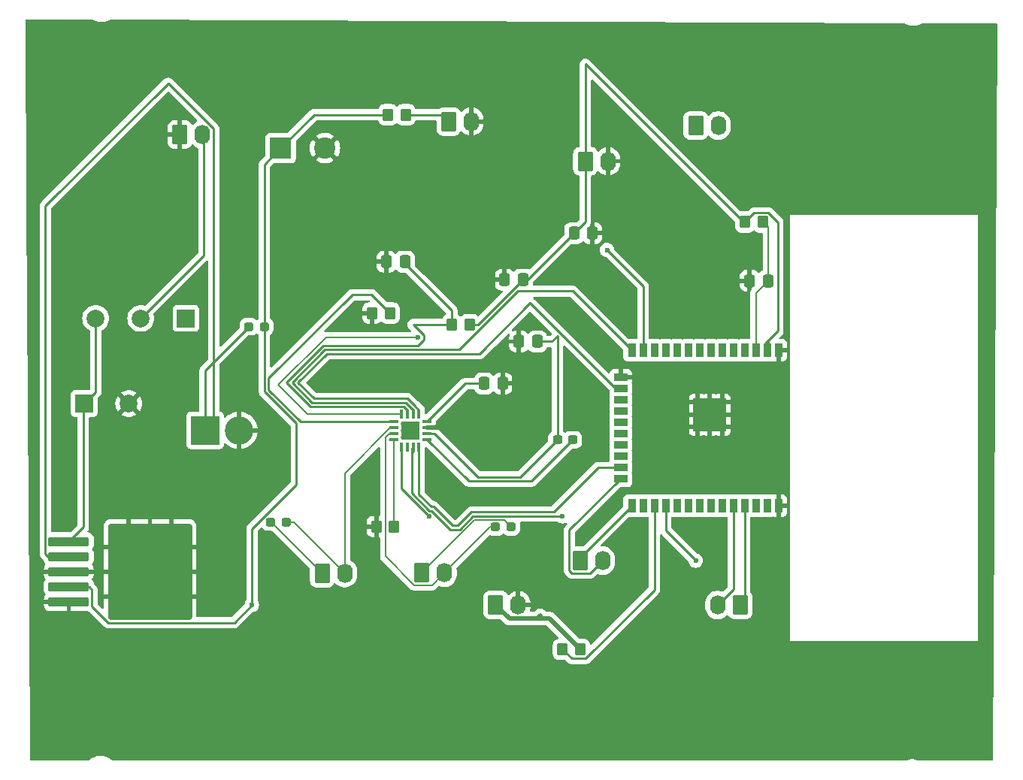
<source format=gbr>
%TF.GenerationSoftware,KiCad,Pcbnew,8.0.8*%
%TF.CreationDate,2025-03-12T15:52:42-05:00*%
%TF.ProjectId,group1_battlebot,67726f75-7031-45f6-9261-74746c65626f,rev?*%
%TF.SameCoordinates,Original*%
%TF.FileFunction,Copper,L1,Top*%
%TF.FilePolarity,Positive*%
%FSLAX46Y46*%
G04 Gerber Fmt 4.6, Leading zero omitted, Abs format (unit mm)*
G04 Created by KiCad (PCBNEW 8.0.8) date 2025-03-12 15:52:42*
%MOMM*%
%LPD*%
G01*
G04 APERTURE LIST*
G04 Aperture macros list*
%AMRoundRect*
0 Rectangle with rounded corners*
0 $1 Rounding radius*
0 $2 $3 $4 $5 $6 $7 $8 $9 X,Y pos of 4 corners*
0 Add a 4 corners polygon primitive as box body*
4,1,4,$2,$3,$4,$5,$6,$7,$8,$9,$2,$3,0*
0 Add four circle primitives for the rounded corners*
1,1,$1+$1,$2,$3*
1,1,$1+$1,$4,$5*
1,1,$1+$1,$6,$7*
1,1,$1+$1,$8,$9*
0 Add four rect primitives between the rounded corners*
20,1,$1+$1,$2,$3,$4,$5,0*
20,1,$1+$1,$4,$5,$6,$7,0*
20,1,$1+$1,$6,$7,$8,$9,0*
20,1,$1+$1,$8,$9,$2,$3,0*%
G04 Aperture macros list end*
%TA.AperFunction,SMDPad,CuDef*%
%ADD10RoundRect,0.250000X-0.337500X-0.475000X0.337500X-0.475000X0.337500X0.475000X-0.337500X0.475000X0*%
%TD*%
%TA.AperFunction,SMDPad,CuDef*%
%ADD11R,0.900000X1.500000*%
%TD*%
%TA.AperFunction,SMDPad,CuDef*%
%ADD12R,1.500000X0.900000*%
%TD*%
%TA.AperFunction,SMDPad,CuDef*%
%ADD13R,0.900000X0.900000*%
%TD*%
%TA.AperFunction,HeatsinkPad*%
%ADD14C,0.600000*%
%TD*%
%TA.AperFunction,HeatsinkPad*%
%ADD15R,3.800000X3.800000*%
%TD*%
%TA.AperFunction,ComponentPad*%
%ADD16RoundRect,0.250000X-0.620000X-0.845000X0.620000X-0.845000X0.620000X0.845000X-0.620000X0.845000X0*%
%TD*%
%TA.AperFunction,ComponentPad*%
%ADD17O,1.740000X2.190000*%
%TD*%
%TA.AperFunction,SMDPad,CuDef*%
%ADD18RoundRect,0.250000X0.337500X0.475000X-0.337500X0.475000X-0.337500X-0.475000X0.337500X-0.475000X0*%
%TD*%
%TA.AperFunction,ComponentPad*%
%ADD19RoundRect,0.250000X0.620000X0.845000X-0.620000X0.845000X-0.620000X-0.845000X0.620000X-0.845000X0*%
%TD*%
%TA.AperFunction,SMDPad,CuDef*%
%ADD20RoundRect,0.087500X-0.425000X-0.087500X0.425000X-0.087500X0.425000X0.087500X-0.425000X0.087500X0*%
%TD*%
%TA.AperFunction,SMDPad,CuDef*%
%ADD21RoundRect,0.087500X-0.087500X-0.425000X0.087500X-0.425000X0.087500X0.425000X-0.087500X0.425000X0*%
%TD*%
%TA.AperFunction,HeatsinkPad*%
%ADD22C,0.500000*%
%TD*%
%TA.AperFunction,HeatsinkPad*%
%ADD23R,2.100000X2.100000*%
%TD*%
%TA.AperFunction,SMDPad,CuDef*%
%ADD24RoundRect,0.237500X0.287500X0.237500X-0.287500X0.237500X-0.287500X-0.237500X0.287500X-0.237500X0*%
%TD*%
%TA.AperFunction,SMDPad,CuDef*%
%ADD25RoundRect,0.250000X-0.350000X-0.450000X0.350000X-0.450000X0.350000X0.450000X-0.350000X0.450000X0*%
%TD*%
%TA.AperFunction,ComponentPad*%
%ADD26R,2.000000X2.000000*%
%TD*%
%TA.AperFunction,ComponentPad*%
%ADD27C,2.000000*%
%TD*%
%TA.AperFunction,SMDPad,CuDef*%
%ADD28RoundRect,0.250000X0.350000X0.450000X-0.350000X0.450000X-0.350000X-0.450000X0.350000X-0.450000X0*%
%TD*%
%TA.AperFunction,SMDPad,CuDef*%
%ADD29RoundRect,0.237500X-0.300000X-0.237500X0.300000X-0.237500X0.300000X0.237500X-0.300000X0.237500X0*%
%TD*%
%TA.AperFunction,SMDPad,CuDef*%
%ADD30RoundRect,0.237500X-0.287500X-0.237500X0.287500X-0.237500X0.287500X0.237500X-0.287500X0.237500X0*%
%TD*%
%TA.AperFunction,ComponentPad*%
%ADD31R,2.400000X2.400000*%
%TD*%
%TA.AperFunction,ComponentPad*%
%ADD32C,2.400000*%
%TD*%
%TA.AperFunction,SMDPad,CuDef*%
%ADD33RoundRect,0.250000X-2.050000X-0.300000X2.050000X-0.300000X2.050000X0.300000X-2.050000X0.300000X0*%
%TD*%
%TA.AperFunction,SMDPad,CuDef*%
%ADD34RoundRect,0.250000X-2.025000X-2.375000X2.025000X-2.375000X2.025000X2.375000X-2.025000X2.375000X0*%
%TD*%
%TA.AperFunction,SMDPad,CuDef*%
%ADD35RoundRect,0.250002X-4.449998X-5.149998X4.449998X-5.149998X4.449998X5.149998X-4.449998X5.149998X0*%
%TD*%
%TA.AperFunction,ComponentPad*%
%ADD36R,3.200000X3.200000*%
%TD*%
%TA.AperFunction,ComponentPad*%
%ADD37O,3.200000X3.200000*%
%TD*%
%TA.AperFunction,ViaPad*%
%ADD38C,0.600000*%
%TD*%
%TA.AperFunction,Conductor*%
%ADD39C,0.254000*%
%TD*%
%TA.AperFunction,Conductor*%
%ADD40C,0.508000*%
%TD*%
%TA.AperFunction,Conductor*%
%ADD41C,0.200000*%
%TD*%
G04 APERTURE END LIST*
D10*
%TO.P,C6,1*%
%TO.N,GND*%
X80166000Y-71312400D03*
%TO.P,C6,2*%
%TO.N,/nSleep*%
X82241000Y-71312400D03*
%TD*%
D11*
%TO.P,U6,1,GND*%
%TO.N,GND*%
X124307600Y-81306000D03*
%TO.P,U6,2,VDD*%
%TO.N,+3.3V*%
X123037600Y-81306000D03*
%TO.P,U6,3,EN*%
%TO.N,Net-(U6-EN)*%
X121767600Y-81306000D03*
%TO.P,U6,4,SENSOR_VP*%
%TO.N,unconnected-(U6-SENSOR_VP-Pad4)*%
X120497600Y-81306000D03*
%TO.P,U6,5,SENSOR_VN*%
%TO.N,unconnected-(U6-SENSOR_VN-Pad5)*%
X119227600Y-81306000D03*
%TO.P,U6,6,IO34*%
%TO.N,unconnected-(U6-IO34-Pad6)*%
X117957600Y-81306000D03*
%TO.P,U6,7,IO35*%
%TO.N,unconnected-(U6-IO35-Pad7)*%
X116687600Y-81306000D03*
%TO.P,U6,8,IO32*%
%TO.N,unconnected-(U6-IO32-Pad8)*%
X115417600Y-81306000D03*
%TO.P,U6,9,IO33*%
%TO.N,unconnected-(U6-IO33-Pad9)*%
X114147600Y-81306000D03*
%TO.P,U6,10,IO25*%
%TO.N,unconnected-(U6-IO25-Pad10)*%
X112877600Y-81306000D03*
%TO.P,U6,11,IO26*%
%TO.N,unconnected-(U6-IO26-Pad11)*%
X111607600Y-81306000D03*
%TO.P,U6,12,IO27*%
%TO.N,unconnected-(U6-IO27-Pad12)*%
X110337600Y-81306000D03*
%TO.P,U6,13,IO14*%
%TO.N,/HBridgeB1*%
X109067600Y-81306000D03*
%TO.P,U6,14,IO12*%
%TO.N,/HBridgeA1*%
X107797600Y-81306000D03*
D12*
%TO.P,U6,15,GND*%
%TO.N,GND*%
X106547600Y-84346000D03*
%TO.P,U6,16,IO13*%
%TO.N,/HBridgeA2*%
X106547600Y-85616000D03*
%TO.P,U6,17,NC*%
%TO.N,unconnected-(U6-NC-Pad17)*%
X106547600Y-86886000D03*
%TO.P,U6,18,NC*%
%TO.N,unconnected-(U6-NC-Pad18)*%
X106547600Y-88156000D03*
%TO.P,U6,19,NC*%
%TO.N,unconnected-(U6-NC-Pad19)*%
X106547600Y-89426000D03*
%TO.P,U6,20,NC*%
%TO.N,unconnected-(U6-NC-Pad20)*%
X106547600Y-90696000D03*
%TO.P,U6,21,NC*%
%TO.N,unconnected-(U6-NC-Pad21)*%
X106547600Y-91966000D03*
%TO.P,U6,22,NC*%
%TO.N,unconnected-(U6-NC-Pad22)*%
X106547600Y-93236000D03*
%TO.P,U6,23,IO15*%
%TO.N,/HBridgeB2*%
X106547600Y-94506000D03*
%TO.P,U6,24,IO2*%
%TO.N,Net-(J9-Pin_2)*%
X106547600Y-95776000D03*
D11*
%TO.P,U6,25,IO0*%
%TO.N,Net-(J9-Pin_1)*%
X107797600Y-98806000D03*
%TO.P,U6,26,IO4*%
%TO.N,unconnected-(U6-IO4-Pad26)*%
X109067600Y-98806000D03*
%TO.P,U6,27,IO16*%
%TO.N,/Bluetooth*%
X110337600Y-98806000D03*
%TO.P,U6,28,IO17*%
%TO.N,Net-(J8-Pin_1)*%
X111607600Y-98806000D03*
%TO.P,U6,29,IO5*%
%TO.N,unconnected-(U6-IO5-Pad29)*%
X112877600Y-98806000D03*
%TO.P,U6,30,IO18*%
%TO.N,unconnected-(U6-IO18-Pad30)*%
X114147600Y-98806000D03*
%TO.P,U6,31,IO19*%
%TO.N,unconnected-(U6-IO19-Pad31)*%
X115417600Y-98806000D03*
%TO.P,U6,32,NC*%
%TO.N,unconnected-(U6-NC-Pad32)*%
X116687600Y-98806000D03*
%TO.P,U6,33,IO21*%
%TO.N,unconnected-(U6-IO21-Pad33)*%
X117957600Y-98806000D03*
%TO.P,U6,34,RXD0/IO3*%
%TO.N,Net-(J6-Pin_2)*%
X119227600Y-98806000D03*
%TO.P,U6,35,TXD0/IO1*%
%TO.N,Net-(J6-Pin_1)*%
X120497600Y-98806000D03*
%TO.P,U6,36,IO22*%
%TO.N,unconnected-(U6-IO22-Pad36)*%
X121767600Y-98806000D03*
%TO.P,U6,37,IO23*%
%TO.N,unconnected-(U6-IO23-Pad37)*%
X123037600Y-98806000D03*
%TO.P,U6,38,GND*%
%TO.N,GND*%
X124307600Y-98806000D03*
D13*
%TO.P,U6,39,GND*%
X117987600Y-87156000D03*
D14*
X117287600Y-87156000D03*
D13*
X116587600Y-87156000D03*
D14*
X115887600Y-87156000D03*
D13*
X115187600Y-87156000D03*
D14*
X117987600Y-87856000D03*
X116587600Y-87856000D03*
X115187600Y-87856000D03*
X117287600Y-88531000D03*
X115887600Y-88531000D03*
D13*
X117987600Y-88556000D03*
X116587600Y-88556000D03*
D15*
X116587600Y-88556000D03*
D13*
X115187600Y-88556000D03*
D14*
X117987600Y-89256000D03*
X116587600Y-89256000D03*
X115187600Y-89256000D03*
D13*
X117987600Y-89956000D03*
D14*
X117287600Y-89956000D03*
D13*
X116587600Y-89956000D03*
D14*
X115887600Y-89956000D03*
D13*
X115187600Y-89956000D03*
%TD*%
D16*
%TO.P,J7,1,Pin_1*%
%TO.N,+3.3V*%
X102565200Y-60000000D03*
D17*
%TO.P,J7,2,Pin_2*%
%TO.N,GND*%
X105105200Y-60000000D03*
%TD*%
D18*
%TO.P,C4,1*%
%TO.N,GND*%
X93239500Y-85039200D03*
%TO.P,C4,2*%
%TO.N,Net-(U3-VINT)*%
X91164500Y-85039200D03*
%TD*%
D19*
%TO.P,J6,1,Pin_1*%
%TO.N,Net-(J6-Pin_1)*%
X120000000Y-110000000D03*
D17*
%TO.P,J6,2,Pin_2*%
%TO.N,Net-(J6-Pin_2)*%
X117460000Y-110000000D03*
%TD*%
D20*
%TO.P,U3,1,AISEN*%
%TO.N,Net-(U3-AISEN)*%
X80983700Y-89377600D03*
%TO.P,U3,2,AOUT2*%
%TO.N,Net-(J2-Pin_2)*%
X80983700Y-90027600D03*
%TO.P,U3,3,BOUT2*%
%TO.N,Net-(J3-Pin_2)*%
X80983700Y-90677600D03*
%TO.P,U3,4,BISEN*%
%TO.N,Net-(U3-BISEN)*%
X80983700Y-91327600D03*
D21*
%TO.P,U3,5,BOUT1*%
%TO.N,Net-(J3-Pin_1)*%
X81871200Y-92215100D03*
%TO.P,U3,6,~{FAULT}*%
%TO.N,unconnected-(U3-~{FAULT}-Pad6)*%
X82521200Y-92215100D03*
%TO.P,U3,7,BIN1*%
%TO.N,/HBridgeB1*%
X83171200Y-92215100D03*
%TO.P,U3,8,BIN2*%
%TO.N,/HBridgeB2*%
X83821200Y-92215100D03*
D20*
%TO.P,U3,9,VCP*%
%TO.N,Net-(U3-VCP)*%
X84708700Y-91327600D03*
%TO.P,U3,10,VM*%
%TO.N,+12V*%
X84708700Y-90677600D03*
%TO.P,U3,11,GND*%
%TO.N,GND*%
X84708700Y-90027600D03*
%TO.P,U3,12,VINT*%
%TO.N,Net-(U3-VINT)*%
X84708700Y-89377600D03*
D21*
%TO.P,U3,13,AIN2*%
%TO.N,/HBridgeA2*%
X83821200Y-88490100D03*
%TO.P,U3,14,AIN1*%
%TO.N,/HBridgeA1*%
X83171200Y-88490100D03*
%TO.P,U3,15,~{SLEEP}*%
%TO.N,/nSleep*%
X82521200Y-88490100D03*
%TO.P,U3,16,AOUT1*%
%TO.N,Net-(J2-Pin_1)*%
X81871200Y-88490100D03*
D22*
%TO.P,U3,17,GND*%
%TO.N,GND*%
X82046200Y-89552600D03*
X82046200Y-90352600D03*
X82046200Y-91152600D03*
X82846200Y-89552600D03*
X82846200Y-90352600D03*
D23*
X82846200Y-90352600D03*
D22*
X82846200Y-91152600D03*
X83646200Y-89552600D03*
X83646200Y-90352600D03*
X83646200Y-91152600D03*
%TD*%
D24*
%TO.P,L3,1,1*%
%TO.N,Net-(J3-Pin_1)*%
X94206000Y-101193600D03*
%TO.P,L3,2,2*%
%TO.N,Net-(J3-Pin_2)*%
X92456000Y-101193600D03*
%TD*%
D25*
%TO.P,R5,1*%
%TO.N,/Bluetooth*%
X100000000Y-115000000D03*
%TO.P,R5,2*%
%TO.N,Net-(J5-Pin_1)*%
X102000000Y-115000000D03*
%TD*%
D26*
%TO.P,SW1,1,A*%
%TO.N,unconnected-(SW1-A-Pad1)*%
X57571100Y-77702800D03*
D27*
%TO.P,SW1,2,B*%
%TO.N,Net-(J1-Pin_2)*%
X52491100Y-77702800D03*
%TO.P,SW1,3,C*%
%TO.N,/12v_out*%
X47411100Y-77702800D03*
%TD*%
D16*
%TO.P,J5,1,Pin_1*%
%TO.N,Net-(J5-Pin_1)*%
X92460000Y-110000000D03*
D17*
%TO.P,J5,2,Pin_2*%
%TO.N,GND*%
X95000000Y-110000000D03*
%TD*%
D28*
%TO.P,R7,1*%
%TO.N,+3.3V*%
X89519000Y-78409800D03*
%TO.P,R7,2*%
%TO.N,/nSleep*%
X87519000Y-78409800D03*
%TD*%
D25*
%TO.P,R3,1*%
%TO.N,GND*%
X79010000Y-101168200D03*
%TO.P,R3,2*%
%TO.N,Net-(U3-BISEN)*%
X81010000Y-101168200D03*
%TD*%
D26*
%TO.P,C1,1*%
%TO.N,/12v_out*%
X46120623Y-87314400D03*
D27*
%TO.P,C1,2*%
%TO.N,GND*%
X51120623Y-87314400D03*
%TD*%
D16*
%TO.P,J9,1,Pin_1*%
%TO.N,Net-(J9-Pin_1)*%
X101960000Y-105000000D03*
D17*
%TO.P,J9,2,Pin_2*%
%TO.N,Net-(J9-Pin_2)*%
X104500000Y-105000000D03*
%TD*%
D29*
%TO.P,C5,1*%
%TO.N,+12V*%
X99417800Y-91389200D03*
%TO.P,C5,2*%
%TO.N,Net-(U3-VCP)*%
X101142800Y-91389200D03*
%TD*%
D16*
%TO.P,J3,1,Pin_1*%
%TO.N,Net-(J3-Pin_1)*%
X84149900Y-106364400D03*
D17*
%TO.P,J3,2,Pin_2*%
%TO.N,Net-(J3-Pin_2)*%
X86689900Y-106364400D03*
%TD*%
D25*
%TO.P,R2,1*%
%TO.N,GND*%
X78552800Y-77114400D03*
%TO.P,R2,2*%
%TO.N,Net-(U3-AISEN)*%
X80552800Y-77114400D03*
%TD*%
%TO.P,R6,1*%
%TO.N,+3.3V*%
X120564400Y-66852800D03*
%TO.P,R6,2*%
%TO.N,Net-(U6-EN)*%
X122564400Y-66852800D03*
%TD*%
D30*
%TO.P,L1,1,1*%
%TO.N,Net-(D1-K)*%
X64668400Y-78638400D03*
%TO.P,L1,2,2*%
%TO.N,/3v3 output*%
X66418400Y-78638400D03*
%TD*%
D10*
%TO.P,C9,1*%
%TO.N,GND*%
X121060300Y-73482200D03*
%TO.P,C9,2*%
%TO.N,Net-(U6-EN)*%
X123135300Y-73482200D03*
%TD*%
D16*
%TO.P,J1,1,Pin_1*%
%TO.N,GND*%
X56896000Y-56997600D03*
D17*
%TO.P,J1,2,Pin_2*%
%TO.N,Net-(J1-Pin_2)*%
X59436000Y-56997600D03*
%TD*%
D10*
%TO.P,C3,1*%
%TO.N,GND*%
X95076100Y-80314800D03*
%TO.P,C3,2*%
%TO.N,+12V*%
X97151100Y-80314800D03*
%TD*%
D30*
%TO.P,L2,1,1*%
%TO.N,Net-(J2-Pin_1)*%
X67131900Y-100654800D03*
%TO.P,L2,2,2*%
%TO.N,Net-(J2-Pin_2)*%
X68881900Y-100654800D03*
%TD*%
D10*
%TO.P,C8,1*%
%TO.N,+3.3V*%
X101276200Y-68112000D03*
%TO.P,C8,2*%
%TO.N,GND*%
X103351200Y-68112000D03*
%TD*%
D31*
%TO.P,C2,1*%
%TO.N,/3v3 output*%
X68237241Y-58521600D03*
D32*
%TO.P,C2,2*%
%TO.N,GND*%
X73237241Y-58521600D03*
%TD*%
D25*
%TO.P,R4,1*%
%TO.N,/3v3 output*%
X80330800Y-54762400D03*
%TO.P,R4,2*%
%TO.N,Net-(J4-Pin_1)*%
X82330800Y-54762400D03*
%TD*%
D16*
%TO.P,J8,1,Pin_1*%
%TO.N,Net-(J8-Pin_1)*%
X115000000Y-55981600D03*
D17*
%TO.P,J8,2,Pin_2*%
%TO.N,unconnected-(J8-Pin_2-Pad2)*%
X117540000Y-55981600D03*
%TD*%
D33*
%TO.P,U4,1,VIN*%
%TO.N,/12v_out*%
X44373500Y-102862800D03*
%TO.P,U4,2,OUT*%
%TO.N,Net-(D1-K)*%
X44373500Y-104562800D03*
%TO.P,U4,3,GND*%
%TO.N,GND*%
X44373500Y-106262800D03*
D34*
X51098500Y-103487800D03*
X51098500Y-109037800D03*
D35*
X53523500Y-106262800D03*
D34*
X55948500Y-103487800D03*
X55948500Y-109037800D03*
D33*
%TO.P,U4,4,FB*%
%TO.N,/3v3 output*%
X44373500Y-107962800D03*
%TO.P,U4,5,~{ON}/OFF*%
%TO.N,GND*%
X44373500Y-109662800D03*
%TD*%
D10*
%TO.P,C7,1*%
%TO.N,GND*%
X93474500Y-73344400D03*
%TO.P,C7,2*%
%TO.N,+3.3V*%
X95549500Y-73344400D03*
%TD*%
D36*
%TO.P,D1,1,K*%
%TO.N,Net-(D1-K)*%
X59740800Y-90322400D03*
D37*
%TO.P,D1,2,A*%
%TO.N,GND*%
X63550800Y-90322400D03*
%TD*%
D16*
%TO.P,J4,1,Pin_1*%
%TO.N,Net-(J4-Pin_1)*%
X87172800Y-55524400D03*
D17*
%TO.P,J4,2,Pin_2*%
%TO.N,GND*%
X89712800Y-55524400D03*
%TD*%
D16*
%TO.P,J2,1,Pin_1*%
%TO.N,Net-(J2-Pin_1)*%
X72923100Y-106415200D03*
D17*
%TO.P,J2,2,Pin_2*%
%TO.N,Net-(J2-Pin_2)*%
X75463100Y-106415200D03*
%TD*%
D38*
%TO.N,GND*%
X87274400Y-97790000D03*
X91084400Y-90576400D03*
%TO.N,/3v3 output*%
X65000000Y-110000000D03*
%TO.N,Net-(J2-Pin_1)*%
X83718400Y-79857600D03*
%TO.N,Net-(J3-Pin_1)*%
X85000000Y-100000000D03*
%TO.N,Net-(J8-Pin_1)*%
X115000000Y-105000000D03*
%TO.N,/HBridgeB1*%
X105000000Y-70000000D03*
X100000000Y-100000000D03*
%TD*%
D39*
%TO.N,/12v_out*%
X47411100Y-86023923D02*
X46120623Y-87314400D01*
X46120623Y-87314400D02*
X46024800Y-87410223D01*
X46024800Y-101211500D02*
X44373500Y-102862800D01*
X47411100Y-77702800D02*
X47411100Y-86023923D01*
X46024800Y-87410223D02*
X46024800Y-101211500D01*
D40*
%TO.N,GND*%
X84708700Y-90027600D02*
X90535600Y-90027600D01*
X90535600Y-90027600D02*
X91084400Y-90576400D01*
D39*
%TO.N,/3v3 output*%
X71996441Y-54762400D02*
X80330800Y-54762400D01*
X47000500Y-110162728D02*
X48827572Y-111989800D01*
X66418400Y-78638400D02*
X66418400Y-60340441D01*
X48827572Y-111989800D02*
X63010200Y-111989800D01*
D40*
X66152900Y-78903900D02*
X66418400Y-78638400D01*
D39*
X68237241Y-58521600D02*
X71996441Y-54762400D01*
X46673500Y-107962800D02*
X47000500Y-108289800D01*
X47000500Y-108289800D02*
X47000500Y-110162728D01*
X65000000Y-101456796D02*
X70002400Y-96454396D01*
X70002400Y-96454396D02*
X70002400Y-89542052D01*
X66418400Y-60340441D02*
X68237241Y-58521600D01*
X65000000Y-110000000D02*
X65000000Y-101456796D01*
X66418400Y-85958052D02*
X66418400Y-78638400D01*
X63010200Y-111989800D02*
X65000000Y-110000000D01*
X70002400Y-89542052D02*
X66418400Y-85958052D01*
X44373500Y-107962800D02*
X46673500Y-107962800D01*
%TO.N,+12V*%
X95216200Y-95590800D02*
X99417800Y-91389200D01*
X98815252Y-80314800D02*
X99417800Y-79712252D01*
X97151100Y-80314800D02*
X98815252Y-80314800D01*
X85597600Y-90677600D02*
X90510800Y-95590800D01*
X84708700Y-90677600D02*
X85597600Y-90677600D01*
X90510800Y-95590800D02*
X95216200Y-95590800D01*
X99417800Y-79712252D02*
X99417800Y-91389200D01*
%TO.N,Net-(U3-VINT)*%
X84708700Y-89377600D02*
X89047100Y-85039200D01*
X89047100Y-85039200D02*
X91164500Y-85039200D01*
%TO.N,Net-(U3-VCP)*%
X96487200Y-96044800D02*
X101142800Y-91389200D01*
X89425900Y-96044800D02*
X96487200Y-96044800D01*
X84708700Y-91327600D02*
X89425900Y-96044800D01*
%TO.N,/nSleep*%
X82521200Y-88038984D02*
X82521200Y-88490100D01*
X82241000Y-71540872D02*
X82241000Y-71312400D01*
X82132816Y-87650600D02*
X82521200Y-88038984D01*
X71597800Y-87650600D02*
X82132816Y-87650600D01*
X83703462Y-80759250D02*
X73057420Y-80759250D01*
X68881935Y-84934735D02*
X71597800Y-87650600D01*
X87519000Y-78409800D02*
X87519000Y-76818872D01*
X84345400Y-79597888D02*
X84345400Y-80117312D01*
X87519000Y-78409800D02*
X83157312Y-78409800D01*
X83157312Y-78409800D02*
X84345400Y-79597888D01*
X84345400Y-80117312D02*
X83703462Y-80759250D01*
X87519000Y-76818872D02*
X82241000Y-71540872D01*
X73057420Y-80759250D02*
X68881935Y-84934735D01*
%TO.N,+3.3V*%
X102565200Y-66823000D02*
X101276200Y-68112000D01*
X124252800Y-79086800D02*
X123037600Y-80302000D01*
X96043800Y-73344400D02*
X95549500Y-73344400D01*
X120564400Y-66852800D02*
X120347800Y-66852800D01*
X124252800Y-66918272D02*
X124252800Y-79086800D01*
X123160328Y-65825800D02*
X124252800Y-66918272D01*
X95549500Y-73344400D02*
X90484100Y-78409800D01*
X120347800Y-66852800D02*
X102565200Y-49070200D01*
X102565200Y-49070200D02*
X102565200Y-66823000D01*
X121591400Y-65825800D02*
X123160328Y-65825800D01*
D40*
X123037600Y-80468000D02*
X123037600Y-81306000D01*
D39*
X120564400Y-66852800D02*
X121591400Y-65825800D01*
X90484100Y-78409800D02*
X89519000Y-78409800D01*
X123037600Y-80302000D02*
X123037600Y-81306000D01*
X101276200Y-68112000D02*
X96043800Y-73344400D01*
D41*
%TO.N,Net-(U6-EN)*%
X121767600Y-81306000D02*
X121767600Y-74849900D01*
X123135300Y-73482200D02*
X123135300Y-67423700D01*
X123135300Y-67423700D02*
X122564400Y-66852800D01*
X121767600Y-74849900D02*
X123135300Y-73482200D01*
D39*
%TO.N,Net-(D1-K)*%
X59740800Y-83566000D02*
X64668400Y-78638400D01*
X60706000Y-56349786D02*
X60706000Y-89357200D01*
X44373500Y-104562800D02*
X42073500Y-104562800D01*
X59740800Y-90322400D02*
X59740800Y-83566000D01*
X41746500Y-65035100D02*
X55568907Y-51212693D01*
X60706000Y-89357200D02*
X59740800Y-90322400D01*
X41746500Y-104235800D02*
X41746500Y-65035100D01*
X42073500Y-104562800D02*
X41746500Y-104235800D01*
X55568907Y-51212693D02*
X60706000Y-56349786D01*
%TO.N,Net-(J1-Pin_2)*%
X59588400Y-57150000D02*
X59588400Y-70605500D01*
X59588400Y-70605500D02*
X52491100Y-77702800D01*
D41*
%TO.N,Net-(J2-Pin_1)*%
X73355200Y-79857600D02*
X83718400Y-79857600D01*
X71268900Y-88490100D02*
X67995800Y-85217000D01*
X67131900Y-100654800D02*
X67162700Y-100654800D01*
X67995800Y-85217000D02*
X73355200Y-79857600D01*
X67162700Y-100654800D02*
X72923100Y-106415200D01*
X81871200Y-88490100D02*
X71268900Y-88490100D01*
%TO.N,Net-(J2-Pin_2)*%
X68881900Y-100654800D02*
X69702700Y-100654800D01*
X75463100Y-95135268D02*
X75463100Y-106415200D01*
X80570768Y-90027600D02*
X75463100Y-95135268D01*
X69702700Y-100654800D02*
X75463100Y-106415200D01*
X80983700Y-90027600D02*
X80570768Y-90027600D01*
D39*
%TO.N,Net-(J3-Pin_1)*%
X81871200Y-92215100D02*
X81871200Y-96871200D01*
D41*
X94206000Y-101193600D02*
X93431000Y-100418600D01*
D39*
X81871200Y-96871200D02*
X85000000Y-100000000D01*
D41*
X90095700Y-100418600D02*
X84149900Y-106364400D01*
X93431000Y-100418600D02*
X90095700Y-100418600D01*
%TO.N,Net-(J3-Pin_2)*%
X83307956Y-107772200D02*
X85282100Y-107772200D01*
X85282100Y-107772200D02*
X86689900Y-106364400D01*
X80044201Y-91150731D02*
X80044201Y-104508445D01*
X80517332Y-90677600D02*
X80044201Y-91150731D01*
X92456000Y-101193600D02*
X91860700Y-101193600D01*
X80044201Y-104508445D02*
X83307956Y-107772200D01*
X91860700Y-101193600D02*
X86689900Y-106364400D01*
X80983700Y-90677600D02*
X80517332Y-90677600D01*
D39*
%TO.N,Net-(J4-Pin_1)*%
X86410800Y-54762400D02*
X87172800Y-55524400D01*
X82330800Y-54762400D02*
X86410800Y-54762400D01*
D40*
%TO.N,Net-(J5-Pin_1)*%
X97478000Y-111154000D02*
X97083000Y-111549000D01*
X92460000Y-110000000D02*
X94009000Y-111549000D01*
X97083000Y-111549000D02*
X94009000Y-111549000D01*
X98549000Y-111549000D02*
X102000000Y-115000000D01*
X94009000Y-111549000D02*
X98549000Y-111549000D01*
D39*
%TO.N,Net-(J6-Pin_2)*%
X119227600Y-108232400D02*
X117460000Y-110000000D01*
X119227600Y-98806000D02*
X119227600Y-108232400D01*
%TO.N,Net-(J6-Pin_1)*%
X120497600Y-98806000D02*
X120497600Y-109502400D01*
X120497600Y-109502400D02*
X120000000Y-110000000D01*
%TO.N,Net-(J8-Pin_1)*%
X111607600Y-98806000D02*
X111607600Y-101607600D01*
X111607600Y-101607600D02*
X115000000Y-105000000D01*
%TO.N,Net-(U3-AISEN)*%
X78470000Y-75031600D02*
X76301600Y-75031600D01*
X66872400Y-84460800D02*
X66872400Y-85770000D01*
X66872400Y-85770000D02*
X70480000Y-89377600D01*
X70480000Y-89377600D02*
X80983700Y-89377600D01*
X80552800Y-77114400D02*
X78470000Y-75031600D01*
X76301600Y-75031600D02*
X66872400Y-84460800D01*
D41*
%TO.N,Net-(U3-BISEN)*%
X81010000Y-101168200D02*
X81010000Y-91353900D01*
X81010000Y-91353900D02*
X80983700Y-91327600D01*
D39*
X80983700Y-91327600D02*
X80471201Y-91327600D01*
%TO.N,/Bluetooth*%
X110337600Y-98806000D02*
X110337600Y-108285328D01*
X102595928Y-116027000D02*
X101027000Y-116027000D01*
X110337600Y-108285328D02*
X102595928Y-116027000D01*
X101027000Y-116027000D02*
X100000000Y-115000000D01*
%TO.N,/HBridgeB1*%
X99991600Y-99991600D02*
X100000000Y-100000000D01*
X83171200Y-92215100D02*
X83058000Y-92328300D01*
X87385112Y-101498400D02*
X88412030Y-101498400D01*
X83058000Y-97415948D02*
X85015052Y-99373000D01*
X83171200Y-92215100D02*
X83171200Y-92727599D01*
X88412030Y-101498400D02*
X89918830Y-99991600D01*
X83058000Y-92328300D02*
X83058000Y-97415948D01*
X85015052Y-99373000D02*
X85259712Y-99373000D01*
X109067600Y-74067600D02*
X109067600Y-81306000D01*
X89918830Y-99991600D02*
X99991600Y-99991600D01*
X105000000Y-70000000D02*
X109067600Y-74067600D01*
X85259712Y-99373000D02*
X87385112Y-101498400D01*
%TO.N,/HBridgeB2*%
X87573164Y-101044400D02*
X88223977Y-101044400D01*
X104036400Y-94506000D02*
X106547600Y-94506000D01*
X85447764Y-98919000D02*
X87573164Y-101044400D01*
X85203104Y-98919000D02*
X85447764Y-98919000D01*
X88223977Y-101044400D02*
X89730777Y-99537600D01*
X83821200Y-92215100D02*
X83821200Y-97537096D01*
X83821200Y-97537096D02*
X85203104Y-98919000D01*
X89730777Y-99537600D02*
X99004800Y-99537600D01*
X99004800Y-99537600D02*
X104036400Y-94506000D01*
%TO.N,/HBridgeA1*%
X82328816Y-87196600D02*
X71804200Y-87196600D01*
X101116800Y-74625200D02*
X107797600Y-81306000D01*
X83171200Y-88038984D02*
X82328816Y-87196600D01*
X83171200Y-88490100D02*
X83171200Y-88038984D01*
X88322528Y-81229200D02*
X94926528Y-74625200D01*
X94926528Y-74625200D02*
X101116800Y-74625200D01*
X71804200Y-87196600D02*
X69533161Y-84925561D01*
X69533161Y-84925561D02*
X73229522Y-81229200D01*
X73229522Y-81229200D02*
X88322528Y-81229200D01*
%TO.N,/HBridgeA2*%
X71992252Y-86742600D02*
X70175213Y-84925561D01*
X83359252Y-87584984D02*
X82516868Y-86742600D01*
X105963600Y-85616000D02*
X106547600Y-85616000D01*
X90658000Y-81683200D02*
X96344400Y-75996800D01*
X83367200Y-87584984D02*
X83359252Y-87584984D01*
X83821200Y-88038984D02*
X83367200Y-87584984D01*
X70175213Y-84925561D02*
X73417574Y-81683200D01*
X96344400Y-75996800D02*
X105963600Y-85616000D01*
X82516868Y-86742600D02*
X71992252Y-86742600D01*
X73417574Y-81683200D02*
X90658000Y-81683200D01*
X83821200Y-88490100D02*
X83821200Y-88038984D01*
%TO.N,Net-(J9-Pin_2)*%
X101094072Y-106422000D02*
X103078000Y-106422000D01*
X103078000Y-106422000D02*
X104500000Y-105000000D01*
X100763000Y-101560600D02*
X100763000Y-106090928D01*
X100763000Y-106090928D02*
X101094072Y-106422000D01*
X106547600Y-95776000D02*
X100763000Y-101560600D01*
%TO.N,Net-(J9-Pin_1)*%
X107797600Y-98806000D02*
X101960000Y-104643600D01*
X101960000Y-104643600D02*
X101960000Y-105000000D01*
%TD*%
%TA.AperFunction,Conductor*%
%TO.N,GND*%
G36*
X100258503Y-80810082D02*
G01*
X100264981Y-80816114D01*
X105252781Y-85803914D01*
X105286266Y-85865237D01*
X105289100Y-85891595D01*
X105289100Y-86114654D01*
X105295610Y-86175197D01*
X105295612Y-86175204D01*
X105307720Y-86207669D01*
X105312703Y-86277361D01*
X105307720Y-86294331D01*
X105295612Y-86326795D01*
X105295610Y-86326802D01*
X105289100Y-86387345D01*
X105289100Y-87384654D01*
X105295610Y-87445197D01*
X105295612Y-87445204D01*
X105307720Y-87477669D01*
X105312703Y-87547361D01*
X105307720Y-87564331D01*
X105295612Y-87596795D01*
X105295610Y-87596802D01*
X105289100Y-87657345D01*
X105289100Y-88654654D01*
X105295610Y-88715197D01*
X105295612Y-88715204D01*
X105307720Y-88747669D01*
X105312703Y-88817361D01*
X105307720Y-88834331D01*
X105295612Y-88866795D01*
X105295610Y-88866802D01*
X105289100Y-88927345D01*
X105289100Y-89924654D01*
X105295610Y-89985197D01*
X105295612Y-89985204D01*
X105307720Y-90017669D01*
X105312703Y-90087361D01*
X105307720Y-90104331D01*
X105295612Y-90136795D01*
X105295610Y-90136802D01*
X105289100Y-90197345D01*
X105289100Y-91194654D01*
X105295610Y-91255197D01*
X105295612Y-91255204D01*
X105307720Y-91287669D01*
X105312703Y-91357361D01*
X105307720Y-91374331D01*
X105295612Y-91406795D01*
X105295610Y-91406802D01*
X105289100Y-91467345D01*
X105289100Y-92464654D01*
X105295610Y-92525197D01*
X105295612Y-92525204D01*
X105307720Y-92557669D01*
X105312703Y-92627361D01*
X105307720Y-92644331D01*
X105295612Y-92676795D01*
X105295610Y-92676802D01*
X105289100Y-92737345D01*
X105289100Y-93734637D01*
X105289278Y-93737963D01*
X105288090Y-93738026D01*
X105276537Y-93802018D01*
X105228920Y-93853150D01*
X105165660Y-93870500D01*
X103973804Y-93870500D01*
X103851038Y-93894920D01*
X103851026Y-93894923D01*
X103735384Y-93942823D01*
X103735371Y-93942830D01*
X103631292Y-94012374D01*
X103631288Y-94012377D01*
X98777886Y-98865781D01*
X98716563Y-98899266D01*
X98690205Y-98902100D01*
X89668181Y-98902100D01*
X89545415Y-98926520D01*
X89545403Y-98926523D01*
X89429761Y-98974423D01*
X89429748Y-98974430D01*
X89325669Y-99043974D01*
X89325665Y-99043977D01*
X87997063Y-100372581D01*
X87935740Y-100406066D01*
X87909382Y-100408900D01*
X87887758Y-100408900D01*
X87820719Y-100389215D01*
X87800077Y-100372581D01*
X85852875Y-98425377D01*
X85852871Y-98425374D01*
X85748792Y-98355830D01*
X85748779Y-98355823D01*
X85633137Y-98307923D01*
X85633125Y-98307920D01*
X85510353Y-98283499D01*
X85505674Y-98283038D01*
X85440888Y-98256874D01*
X85430154Y-98247317D01*
X84493019Y-97310182D01*
X84459534Y-97248859D01*
X84456700Y-97222501D01*
X84456700Y-92899199D01*
X84466139Y-92851746D01*
X84489360Y-92795687D01*
X84504700Y-92679166D01*
X84504700Y-92321695D01*
X84524385Y-92254656D01*
X84577189Y-92208901D01*
X84646347Y-92198957D01*
X84709903Y-92227982D01*
X84716381Y-92234014D01*
X89020788Y-96538422D01*
X89020792Y-96538425D01*
X89124871Y-96607969D01*
X89124884Y-96607976D01*
X89201640Y-96639769D01*
X89240531Y-96655878D01*
X89346156Y-96676888D01*
X89363304Y-96680299D01*
X89363308Y-96680300D01*
X89363309Y-96680300D01*
X96549792Y-96680300D01*
X96549793Y-96680299D01*
X96672569Y-96655878D01*
X96788222Y-96607973D01*
X96892308Y-96538425D01*
X101021714Y-92409017D01*
X101083037Y-92375533D01*
X101109395Y-92372699D01*
X101492505Y-92372699D01*
X101492512Y-92372699D01*
X101594681Y-92362262D01*
X101760220Y-92307409D01*
X101908646Y-92215858D01*
X102031958Y-92092546D01*
X102123509Y-91944120D01*
X102178362Y-91778581D01*
X102188800Y-91676413D01*
X102188799Y-91101988D01*
X102178362Y-90999819D01*
X102123509Y-90834280D01*
X102123505Y-90834274D01*
X102123504Y-90834271D01*
X102031960Y-90685857D01*
X102031957Y-90685853D01*
X101908646Y-90562542D01*
X101908642Y-90562539D01*
X101760228Y-90470995D01*
X101760222Y-90470992D01*
X101760220Y-90470991D01*
X101708473Y-90453844D01*
X101594682Y-90416138D01*
X101492514Y-90405700D01*
X100793094Y-90405700D01*
X100793078Y-90405701D01*
X100690917Y-90416138D01*
X100525382Y-90470990D01*
X100525371Y-90470995D01*
X100376957Y-90562539D01*
X100376951Y-90562543D01*
X100367978Y-90571517D01*
X100306654Y-90605000D01*
X100236962Y-90600013D01*
X100192619Y-90571514D01*
X100183646Y-90562541D01*
X100112202Y-90518473D01*
X100065478Y-90466524D01*
X100053300Y-90412935D01*
X100053300Y-80903795D01*
X100072985Y-80836756D01*
X100125789Y-80791001D01*
X100194947Y-80781057D01*
X100258503Y-80810082D01*
G37*
%TD.AperFunction*%
%TA.AperFunction,Conductor*%
G36*
X96387734Y-76954713D02*
G01*
X96432081Y-76983214D01*
X98752412Y-79303545D01*
X98785897Y-79364868D01*
X98780913Y-79434560D01*
X98752412Y-79478907D01*
X98588338Y-79642981D01*
X98527015Y-79676466D01*
X98500657Y-79679300D01*
X98324016Y-79679300D01*
X98256977Y-79659615D01*
X98211222Y-79606811D01*
X98206310Y-79594303D01*
X98180717Y-79517066D01*
X98167830Y-79496173D01*
X98087630Y-79366148D01*
X97962252Y-79240770D01*
X97823916Y-79155443D01*
X97811340Y-79147686D01*
X97811335Y-79147684D01*
X97643027Y-79091913D01*
X97539146Y-79081300D01*
X96763062Y-79081300D01*
X96763046Y-79081301D01*
X96659172Y-79091913D01*
X96490864Y-79147684D01*
X96490859Y-79147686D01*
X96339946Y-79240771D01*
X96214570Y-79366147D01*
X96214568Y-79366150D01*
X96214141Y-79366843D01*
X96213723Y-79367218D01*
X96210089Y-79371815D01*
X96209303Y-79371193D01*
X96162191Y-79413564D01*
X96093227Y-79424783D01*
X96029147Y-79396936D01*
X96011339Y-79376378D01*
X96010398Y-79377123D01*
X96005916Y-79371455D01*
X95881945Y-79247484D01*
X95732724Y-79155443D01*
X95732719Y-79155441D01*
X95566297Y-79100294D01*
X95566290Y-79100293D01*
X95463586Y-79089800D01*
X95326100Y-79089800D01*
X95326100Y-81539799D01*
X95463572Y-81539799D01*
X95463586Y-81539798D01*
X95566297Y-81529305D01*
X95732719Y-81474158D01*
X95732724Y-81474156D01*
X95881945Y-81382115D01*
X96005916Y-81258144D01*
X96010398Y-81252477D01*
X96012591Y-81254211D01*
X96054957Y-81216065D01*
X96123914Y-81204808D01*
X96188010Y-81232618D01*
X96209934Y-81257906D01*
X96210089Y-81257785D01*
X96212783Y-81261192D01*
X96214145Y-81262763D01*
X96214570Y-81263452D01*
X96339948Y-81388830D01*
X96490862Y-81481915D01*
X96659174Y-81537687D01*
X96763055Y-81548300D01*
X97539144Y-81548299D01*
X97643026Y-81537687D01*
X97811338Y-81481915D01*
X97962252Y-81388830D01*
X98087630Y-81263452D01*
X98180715Y-81112538D01*
X98181913Y-81108924D01*
X98206310Y-81035297D01*
X98246082Y-80977852D01*
X98310597Y-80951028D01*
X98324016Y-80950300D01*
X98658300Y-80950300D01*
X98725339Y-80969985D01*
X98771094Y-81022789D01*
X98782300Y-81074300D01*
X98782300Y-90412935D01*
X98762615Y-90479974D01*
X98723398Y-90518473D01*
X98651955Y-90562540D01*
X98528639Y-90685857D01*
X98437095Y-90834271D01*
X98437090Y-90834282D01*
X98382238Y-90999817D01*
X98371800Y-91101979D01*
X98371800Y-91485104D01*
X98352115Y-91552143D01*
X98335481Y-91572785D01*
X94989286Y-94918981D01*
X94927963Y-94952466D01*
X94901605Y-94955300D01*
X90825395Y-94955300D01*
X90758356Y-94935615D01*
X90737714Y-94918981D01*
X86002711Y-90183977D01*
X86002707Y-90183974D01*
X85898628Y-90114430D01*
X85898615Y-90114423D01*
X85782973Y-90066523D01*
X85782959Y-90066519D01*
X85775785Y-90065092D01*
X85713875Y-90032705D01*
X85679304Y-89971988D01*
X85683046Y-89902219D01*
X85706755Y-89861715D01*
X85714750Y-89852598D01*
X85706081Y-89786740D01*
X85706077Y-89786728D01*
X85695486Y-89761159D01*
X85688016Y-89691690D01*
X85695483Y-89666259D01*
X85714360Y-89620687D01*
X85729700Y-89504166D01*
X85729700Y-89306695D01*
X85749385Y-89239656D01*
X85766019Y-89219014D01*
X89274014Y-85711019D01*
X89335337Y-85677534D01*
X89361695Y-85674700D01*
X89991584Y-85674700D01*
X90058623Y-85694385D01*
X90104378Y-85747189D01*
X90109290Y-85759697D01*
X90134882Y-85836933D01*
X90134884Y-85836937D01*
X90134885Y-85836938D01*
X90227970Y-85987852D01*
X90353348Y-86113230D01*
X90504262Y-86206315D01*
X90672574Y-86262087D01*
X90776455Y-86272700D01*
X91552544Y-86272699D01*
X91656426Y-86262087D01*
X91824738Y-86206315D01*
X91975652Y-86113230D01*
X92101030Y-85987852D01*
X92101449Y-85987171D01*
X92101859Y-85986802D01*
X92105511Y-85982185D01*
X92106299Y-85982808D01*
X92153389Y-85940444D01*
X92222350Y-85929214D01*
X92286436Y-85957050D01*
X92304261Y-85977620D01*
X92305202Y-85976877D01*
X92309683Y-85982544D01*
X92433654Y-86106515D01*
X92582875Y-86198556D01*
X92582880Y-86198558D01*
X92749302Y-86253705D01*
X92749309Y-86253706D01*
X92852019Y-86264199D01*
X92989499Y-86264199D01*
X93489500Y-86264199D01*
X93626972Y-86264199D01*
X93626986Y-86264198D01*
X93729697Y-86253705D01*
X93896119Y-86198558D01*
X93896124Y-86198556D01*
X94045345Y-86106515D01*
X94169315Y-85982545D01*
X94261356Y-85833324D01*
X94261358Y-85833319D01*
X94316505Y-85666897D01*
X94316506Y-85666890D01*
X94326999Y-85564186D01*
X94327000Y-85564173D01*
X94327000Y-85289200D01*
X93489500Y-85289200D01*
X93489500Y-86264199D01*
X92989499Y-86264199D01*
X92989500Y-86264198D01*
X92989500Y-84789200D01*
X93489500Y-84789200D01*
X94326999Y-84789200D01*
X94326999Y-84514228D01*
X94326998Y-84514213D01*
X94316505Y-84411502D01*
X94261358Y-84245080D01*
X94261356Y-84245075D01*
X94169315Y-84095854D01*
X94045345Y-83971884D01*
X93896124Y-83879843D01*
X93896119Y-83879841D01*
X93729697Y-83824694D01*
X93729690Y-83824693D01*
X93626986Y-83814200D01*
X93489500Y-83814200D01*
X93489500Y-84789200D01*
X92989500Y-84789200D01*
X92989500Y-83814200D01*
X92852027Y-83814200D01*
X92852012Y-83814201D01*
X92749302Y-83824694D01*
X92582880Y-83879841D01*
X92582875Y-83879843D01*
X92433654Y-83971884D01*
X92309683Y-84095855D01*
X92305202Y-84101523D01*
X92303021Y-84099798D01*
X92260556Y-84137975D01*
X92191591Y-84149180D01*
X92127516Y-84121321D01*
X92105663Y-84096094D01*
X92105511Y-84096215D01*
X92102816Y-84092806D01*
X92101451Y-84091231D01*
X92101029Y-84090547D01*
X91975653Y-83965171D01*
X91975652Y-83965170D01*
X91837316Y-83879843D01*
X91824740Y-83872086D01*
X91824735Y-83872084D01*
X91656427Y-83816313D01*
X91552546Y-83805700D01*
X90776462Y-83805700D01*
X90776446Y-83805701D01*
X90672572Y-83816313D01*
X90504264Y-83872084D01*
X90504259Y-83872086D01*
X90353346Y-83965171D01*
X90227971Y-84090546D01*
X90134882Y-84241466D01*
X90109290Y-84318703D01*
X90069518Y-84376148D01*
X90005003Y-84402972D01*
X89991584Y-84403700D01*
X88984504Y-84403700D01*
X88861738Y-84428120D01*
X88861726Y-84428123D01*
X88746084Y-84476023D01*
X88746071Y-84476030D01*
X88641992Y-84545574D01*
X88641988Y-84545577D01*
X84716381Y-88471185D01*
X84655058Y-88504670D01*
X84585366Y-88499686D01*
X84529433Y-88457814D01*
X84505016Y-88392350D01*
X84504700Y-88383504D01*
X84504700Y-88026033D01*
X84489360Y-87909514D01*
X84489358Y-87909509D01*
X84485143Y-87899334D01*
X84449245Y-87812668D01*
X84429307Y-87764532D01*
X84429304Y-87764526D01*
X84333771Y-87640026D01*
X84285226Y-87602777D01*
X84273031Y-87592082D01*
X84226308Y-87545359D01*
X83772311Y-87091361D01*
X83772307Y-87091358D01*
X83758507Y-87082137D01*
X83739717Y-87066716D01*
X82921979Y-86248977D01*
X82921975Y-86248974D01*
X82817896Y-86179430D01*
X82817883Y-86179423D01*
X82702241Y-86131523D01*
X82702229Y-86131520D01*
X82579463Y-86107100D01*
X82579459Y-86107100D01*
X72306847Y-86107100D01*
X72239808Y-86087415D01*
X72219166Y-86070781D01*
X71161627Y-85013242D01*
X71128142Y-84951919D01*
X71133126Y-84882227D01*
X71161627Y-84837880D01*
X73644488Y-82355019D01*
X73705811Y-82321534D01*
X73732169Y-82318700D01*
X90720592Y-82318700D01*
X90720593Y-82318699D01*
X90843369Y-82294278D01*
X90959022Y-82246373D01*
X91063108Y-82176825D01*
X92400147Y-80839786D01*
X93988601Y-80839786D01*
X93999094Y-80942497D01*
X94054241Y-81108919D01*
X94054243Y-81108924D01*
X94146284Y-81258145D01*
X94270254Y-81382115D01*
X94419475Y-81474156D01*
X94419480Y-81474158D01*
X94585902Y-81529305D01*
X94585909Y-81529306D01*
X94688619Y-81539799D01*
X94826099Y-81539799D01*
X94826100Y-81539798D01*
X94826100Y-80564800D01*
X93988601Y-80564800D01*
X93988601Y-80839786D01*
X92400147Y-80839786D01*
X93850300Y-79389633D01*
X93911623Y-79356148D01*
X93981315Y-79361132D01*
X94037248Y-79403004D01*
X94061665Y-79468468D01*
X94055687Y-79516318D01*
X93999094Y-79687102D01*
X93999093Y-79687109D01*
X93988600Y-79789813D01*
X93988600Y-80064800D01*
X94826100Y-80064800D01*
X94826100Y-79089800D01*
X94688627Y-79089800D01*
X94688612Y-79089801D01*
X94585902Y-79100294D01*
X94415118Y-79156887D01*
X94345290Y-79159289D01*
X94285248Y-79123557D01*
X94254055Y-79061037D01*
X94261616Y-78991577D01*
X94288433Y-78951500D01*
X96256719Y-76983214D01*
X96318042Y-76949729D01*
X96387734Y-76954713D01*
G37*
%TD.AperFunction*%
%TA.AperFunction,Conductor*%
G36*
X82243648Y-89481484D02*
G01*
X82278113Y-89495760D01*
X82311005Y-89500090D01*
X82374902Y-89528356D01*
X82382502Y-89535348D01*
X82446200Y-89599046D01*
X82497827Y-89547419D01*
X82559150Y-89513934D01*
X82585508Y-89511100D01*
X82647766Y-89511100D01*
X82702809Y-89503853D01*
X82695070Y-89522538D01*
X82695070Y-89582662D01*
X82718078Y-89638208D01*
X82760592Y-89680722D01*
X82816138Y-89703730D01*
X82876262Y-89703730D01*
X82931808Y-89680722D01*
X82974322Y-89638208D01*
X82997330Y-89582662D01*
X82997330Y-89522538D01*
X82989590Y-89503853D01*
X83044634Y-89511100D01*
X83106892Y-89511100D01*
X83173931Y-89530785D01*
X83194573Y-89547419D01*
X83246199Y-89599045D01*
X83291678Y-89553568D01*
X83309893Y-89535352D01*
X83371214Y-89501863D01*
X83381350Y-89500096D01*
X83414287Y-89495760D01*
X83448747Y-89481485D01*
X83515026Y-89474358D01*
X83495070Y-89522538D01*
X83495070Y-89582662D01*
X83518078Y-89638208D01*
X83560592Y-89680722D01*
X83616138Y-89703730D01*
X83676262Y-89703730D01*
X83728478Y-89682101D01*
X83738296Y-89705802D01*
X83745765Y-89775272D01*
X83714491Y-89837751D01*
X83711417Y-89840937D01*
X83599754Y-89952600D01*
X83599754Y-89952601D01*
X83735295Y-90088142D01*
X83768780Y-90149465D01*
X83763796Y-90219157D01*
X83749199Y-90241869D01*
X83731808Y-90224478D01*
X83676262Y-90201470D01*
X83616138Y-90201470D01*
X83560592Y-90224478D01*
X83518078Y-90266992D01*
X83495070Y-90322538D01*
X83495070Y-90382662D01*
X83518078Y-90438208D01*
X83560592Y-90480722D01*
X83616138Y-90503730D01*
X83676262Y-90503730D01*
X83694945Y-90495990D01*
X83687700Y-90551032D01*
X83687700Y-90613292D01*
X83668015Y-90680331D01*
X83651381Y-90700973D01*
X83599754Y-90752600D01*
X83663451Y-90816297D01*
X83696936Y-90877620D01*
X83698709Y-90887791D01*
X83703040Y-90920686D01*
X83717314Y-90955148D01*
X83724437Y-91021425D01*
X83676262Y-91001470D01*
X83616138Y-91001470D01*
X83560592Y-91024478D01*
X83518078Y-91066992D01*
X83495070Y-91122538D01*
X83495070Y-91182662D01*
X83513420Y-91226963D01*
X83474180Y-91231181D01*
X83448748Y-91223714D01*
X83447659Y-91223262D01*
X83414287Y-91209440D01*
X83402591Y-91207900D01*
X83381391Y-91205109D01*
X83317495Y-91176842D01*
X83309897Y-91169851D01*
X83246200Y-91106154D01*
X83194573Y-91157781D01*
X83133250Y-91191266D01*
X83106892Y-91194100D01*
X83044631Y-91194100D01*
X82989591Y-91201345D01*
X82997330Y-91182662D01*
X82997330Y-91122538D01*
X82974322Y-91066992D01*
X82931808Y-91024478D01*
X82876262Y-91001470D01*
X82816138Y-91001470D01*
X82760592Y-91024478D01*
X82718078Y-91066992D01*
X82695070Y-91122538D01*
X82695070Y-91182662D01*
X82702809Y-91201346D01*
X82647767Y-91194100D01*
X82647766Y-91194100D01*
X82585508Y-91194100D01*
X82518469Y-91174415D01*
X82497827Y-91157781D01*
X82446200Y-91106154D01*
X82400724Y-91151630D01*
X82400722Y-91151633D01*
X82382500Y-91169854D01*
X82321176Y-91203337D01*
X82311008Y-91205109D01*
X82278113Y-91209440D01*
X82278109Y-91209441D01*
X82243650Y-91223714D01*
X82177374Y-91230837D01*
X82197330Y-91182662D01*
X82197330Y-91122538D01*
X82174322Y-91066992D01*
X82131808Y-91024478D01*
X82076262Y-91001470D01*
X82016138Y-91001470D01*
X81971834Y-91019821D01*
X81967616Y-90980585D01*
X81975084Y-90955151D01*
X81989360Y-90920687D01*
X81993690Y-90887790D01*
X82021953Y-90823900D01*
X82028948Y-90816297D01*
X82092646Y-90752600D01*
X82799754Y-90752600D01*
X82846200Y-90799046D01*
X82892646Y-90752600D01*
X82846200Y-90706154D01*
X82799754Y-90752600D01*
X82092646Y-90752600D01*
X82041019Y-90700973D01*
X82007534Y-90639650D01*
X82004700Y-90613292D01*
X82004700Y-90551034D01*
X82000413Y-90518473D01*
X81997453Y-90495990D01*
X82016138Y-90503730D01*
X82076262Y-90503730D01*
X82131808Y-90480722D01*
X82174322Y-90438208D01*
X82197330Y-90382662D01*
X82197330Y-90352600D01*
X82399754Y-90352600D01*
X82446200Y-90399046D01*
X82492646Y-90352600D01*
X82462584Y-90322538D01*
X82695070Y-90322538D01*
X82695070Y-90382662D01*
X82718078Y-90438208D01*
X82760592Y-90480722D01*
X82816138Y-90503730D01*
X82876262Y-90503730D01*
X82931808Y-90480722D01*
X82974322Y-90438208D01*
X82997330Y-90382662D01*
X82997330Y-90352600D01*
X83199754Y-90352600D01*
X83246200Y-90399046D01*
X83292646Y-90352600D01*
X83246200Y-90306154D01*
X83199754Y-90352600D01*
X82997330Y-90352600D01*
X82997330Y-90322538D01*
X82974322Y-90266992D01*
X82931808Y-90224478D01*
X82876262Y-90201470D01*
X82816138Y-90201470D01*
X82760592Y-90224478D01*
X82718078Y-90266992D01*
X82695070Y-90322538D01*
X82462584Y-90322538D01*
X82446200Y-90306154D01*
X82399754Y-90352600D01*
X82197330Y-90352600D01*
X82197330Y-90322538D01*
X82174322Y-90266992D01*
X82131808Y-90224478D01*
X82076262Y-90201470D01*
X82016138Y-90201470D01*
X81997453Y-90209209D01*
X82004700Y-90154166D01*
X82004700Y-90091908D01*
X82024385Y-90024869D01*
X82041019Y-90004227D01*
X82092646Y-89952600D01*
X82799754Y-89952600D01*
X82846200Y-89999046D01*
X82892646Y-89952600D01*
X82846200Y-89906154D01*
X82799754Y-89952600D01*
X82092646Y-89952600D01*
X82028948Y-89888902D01*
X81995463Y-89827579D01*
X81993690Y-89817405D01*
X81993035Y-89812430D01*
X81989360Y-89784513D01*
X81975085Y-89750052D01*
X81967958Y-89683773D01*
X82016138Y-89703730D01*
X82076262Y-89703730D01*
X82131808Y-89680722D01*
X82174322Y-89638208D01*
X82197330Y-89582662D01*
X82197330Y-89522538D01*
X82178978Y-89478234D01*
X82218216Y-89474016D01*
X82243648Y-89481484D01*
G37*
%TD.AperFunction*%
%TA.AperFunction,Conductor*%
G36*
X103405903Y-50810082D02*
G01*
X103412381Y-50816114D01*
X119419581Y-66823314D01*
X119453066Y-66884637D01*
X119455900Y-66910995D01*
X119455900Y-67353337D01*
X119455901Y-67353353D01*
X119466513Y-67457227D01*
X119474912Y-67482574D01*
X119522285Y-67625538D01*
X119615370Y-67776452D01*
X119740748Y-67901830D01*
X119891662Y-67994915D01*
X120059974Y-68050687D01*
X120163855Y-68061300D01*
X120964944Y-68061299D01*
X121068826Y-68050687D01*
X121237138Y-67994915D01*
X121388052Y-67901830D01*
X121476719Y-67813163D01*
X121538042Y-67779678D01*
X121607734Y-67784662D01*
X121652081Y-67813163D01*
X121740748Y-67901830D01*
X121891662Y-67994915D01*
X122059974Y-68050687D01*
X122163855Y-68061300D01*
X122402800Y-68061299D01*
X122469839Y-68080983D01*
X122515594Y-68133787D01*
X122526800Y-68185299D01*
X122526800Y-72213965D01*
X122507115Y-72281004D01*
X122467897Y-72319503D01*
X122324151Y-72408167D01*
X122324147Y-72408170D01*
X122198770Y-72533547D01*
X122198768Y-72533550D01*
X122198341Y-72534243D01*
X122197923Y-72534618D01*
X122194289Y-72539215D01*
X122193503Y-72538593D01*
X122146391Y-72580964D01*
X122077427Y-72592183D01*
X122013347Y-72564336D01*
X121995539Y-72543778D01*
X121994598Y-72544523D01*
X121990116Y-72538855D01*
X121866145Y-72414884D01*
X121716924Y-72322843D01*
X121716919Y-72322841D01*
X121550497Y-72267694D01*
X121550490Y-72267693D01*
X121447786Y-72257200D01*
X121310300Y-72257200D01*
X121310300Y-74395576D01*
X121290615Y-74462615D01*
X121284677Y-74471061D01*
X121280676Y-74476274D01*
X121200567Y-74615026D01*
X121200568Y-74615026D01*
X121200568Y-74615027D01*
X121159100Y-74769789D01*
X121159100Y-79926963D01*
X121139415Y-79994002D01*
X121086611Y-80039757D01*
X121021845Y-80050253D01*
X120996238Y-80047500D01*
X119998962Y-80047500D01*
X119998945Y-80047500D01*
X119938402Y-80054010D01*
X119938395Y-80054012D01*
X119905931Y-80066120D01*
X119836239Y-80071103D01*
X119819269Y-80066120D01*
X119786804Y-80054012D01*
X119786802Y-80054011D01*
X119786801Y-80054011D01*
X119786800Y-80054010D01*
X119786797Y-80054010D01*
X119726254Y-80047500D01*
X119726238Y-80047500D01*
X118728962Y-80047500D01*
X118728945Y-80047500D01*
X118668402Y-80054010D01*
X118668395Y-80054012D01*
X118635931Y-80066120D01*
X118566239Y-80071103D01*
X118549269Y-80066120D01*
X118516804Y-80054012D01*
X118516802Y-80054011D01*
X118516801Y-80054011D01*
X118516800Y-80054010D01*
X118516797Y-80054010D01*
X118456254Y-80047500D01*
X118456238Y-80047500D01*
X117458962Y-80047500D01*
X117458945Y-80047500D01*
X117398402Y-80054010D01*
X117398395Y-80054012D01*
X117365931Y-80066120D01*
X117296239Y-80071103D01*
X117279269Y-80066120D01*
X117246804Y-80054012D01*
X117246802Y-80054011D01*
X117246801Y-80054011D01*
X117246800Y-80054010D01*
X117246797Y-80054010D01*
X117186254Y-80047500D01*
X117186238Y-80047500D01*
X116188962Y-80047500D01*
X116188945Y-80047500D01*
X116128402Y-80054010D01*
X116128395Y-80054012D01*
X116095931Y-80066120D01*
X116026239Y-80071103D01*
X116009269Y-80066120D01*
X115976804Y-80054012D01*
X115976802Y-80054011D01*
X115976801Y-80054011D01*
X115976800Y-80054010D01*
X115976797Y-80054010D01*
X115916254Y-80047500D01*
X115916238Y-80047500D01*
X114918962Y-80047500D01*
X114918945Y-80047500D01*
X114858402Y-80054010D01*
X114858395Y-80054012D01*
X114825931Y-80066120D01*
X114756239Y-80071103D01*
X114739269Y-80066120D01*
X114706804Y-80054012D01*
X114706802Y-80054011D01*
X114706801Y-80054011D01*
X114706800Y-80054010D01*
X114706797Y-80054010D01*
X114646254Y-80047500D01*
X114646238Y-80047500D01*
X113648962Y-80047500D01*
X113648945Y-80047500D01*
X113588402Y-80054010D01*
X113588395Y-80054012D01*
X113555931Y-80066120D01*
X113486239Y-80071103D01*
X113469269Y-80066120D01*
X113436804Y-80054012D01*
X113436802Y-80054011D01*
X113436801Y-80054011D01*
X113436800Y-80054010D01*
X113436797Y-80054010D01*
X113376254Y-80047500D01*
X113376238Y-80047500D01*
X112378962Y-80047500D01*
X112378945Y-80047500D01*
X112318402Y-80054010D01*
X112318395Y-80054012D01*
X112285931Y-80066120D01*
X112216239Y-80071103D01*
X112199269Y-80066120D01*
X112166804Y-80054012D01*
X112166802Y-80054011D01*
X112166801Y-80054011D01*
X112166800Y-80054010D01*
X112166797Y-80054010D01*
X112106254Y-80047500D01*
X112106238Y-80047500D01*
X111108962Y-80047500D01*
X111108945Y-80047500D01*
X111048402Y-80054010D01*
X111048395Y-80054012D01*
X111015931Y-80066120D01*
X110946239Y-80071103D01*
X110929269Y-80066120D01*
X110896804Y-80054012D01*
X110896802Y-80054011D01*
X110896801Y-80054011D01*
X110896800Y-80054010D01*
X110896797Y-80054010D01*
X110836254Y-80047500D01*
X110836238Y-80047500D01*
X109838962Y-80047500D01*
X109835637Y-80047678D01*
X109835573Y-80046490D01*
X109771582Y-80034937D01*
X109720450Y-79987320D01*
X109703100Y-79924060D01*
X109703100Y-74007186D01*
X119972801Y-74007186D01*
X119983294Y-74109897D01*
X120038441Y-74276319D01*
X120038443Y-74276324D01*
X120130484Y-74425545D01*
X120254454Y-74549515D01*
X120403675Y-74641556D01*
X120403680Y-74641558D01*
X120570102Y-74696705D01*
X120570109Y-74696706D01*
X120672819Y-74707199D01*
X120810299Y-74707199D01*
X120810300Y-74707198D01*
X120810300Y-73732200D01*
X119972801Y-73732200D01*
X119972801Y-74007186D01*
X109703100Y-74007186D01*
X109703100Y-74005008D01*
X109703099Y-74005004D01*
X109678679Y-73882238D01*
X109678678Y-73882231D01*
X109673589Y-73869945D01*
X109630776Y-73766584D01*
X109630769Y-73766571D01*
X109561226Y-73662493D01*
X109524488Y-73625755D01*
X109472708Y-73573975D01*
X108855946Y-72957213D01*
X119972800Y-72957213D01*
X119972800Y-73232200D01*
X120810300Y-73232200D01*
X120810300Y-72257200D01*
X120672827Y-72257200D01*
X120672812Y-72257201D01*
X120570102Y-72267694D01*
X120403680Y-72322841D01*
X120403675Y-72322843D01*
X120254454Y-72414884D01*
X120130484Y-72538854D01*
X120038443Y-72688075D01*
X120038441Y-72688080D01*
X119983294Y-72854502D01*
X119983293Y-72854509D01*
X119972800Y-72957213D01*
X108855946Y-72957213D01*
X105833488Y-69934755D01*
X105800003Y-69873432D01*
X105797951Y-69860972D01*
X105793217Y-69818953D01*
X105733043Y-69646985D01*
X105636111Y-69492719D01*
X105507281Y-69363889D01*
X105461123Y-69334886D01*
X105353017Y-69266958D01*
X105353016Y-69266957D01*
X105353015Y-69266957D01*
X105298693Y-69247949D01*
X105181046Y-69206782D01*
X105181041Y-69206781D01*
X105000004Y-69186384D01*
X104999996Y-69186384D01*
X104818958Y-69206781D01*
X104818953Y-69206782D01*
X104646982Y-69266958D01*
X104492718Y-69363889D01*
X104363889Y-69492718D01*
X104266958Y-69646982D01*
X104206782Y-69818953D01*
X104206781Y-69818958D01*
X104186384Y-69999996D01*
X104186384Y-70000003D01*
X104206781Y-70181041D01*
X104206782Y-70181046D01*
X104266958Y-70353017D01*
X104310544Y-70422383D01*
X104363889Y-70507281D01*
X104492719Y-70636111D01*
X104646985Y-70733043D01*
X104818953Y-70793217D01*
X104860957Y-70797949D01*
X104925369Y-70825013D01*
X104934755Y-70833488D01*
X108395781Y-74294514D01*
X108429266Y-74355837D01*
X108432100Y-74382195D01*
X108432100Y-79924060D01*
X108412415Y-79991099D01*
X108359611Y-80036854D01*
X108299621Y-80046579D01*
X108299563Y-80047678D01*
X108296238Y-80047500D01*
X107489195Y-80047500D01*
X107422156Y-80027815D01*
X107401514Y-80011181D01*
X101521911Y-74131577D01*
X101521907Y-74131574D01*
X101417828Y-74062030D01*
X101417815Y-74062023D01*
X101302173Y-74014123D01*
X101302161Y-74014120D01*
X101179395Y-73989700D01*
X101179391Y-73989700D01*
X96769500Y-73989700D01*
X96702461Y-73970015D01*
X96656706Y-73917211D01*
X96645500Y-73865701D01*
X96645499Y-73852504D01*
X96645499Y-73692794D01*
X96665183Y-73625755D01*
X96681813Y-73605118D01*
X100905114Y-69381818D01*
X100966437Y-69348333D01*
X100992795Y-69345499D01*
X101664237Y-69345499D01*
X101664244Y-69345499D01*
X101768126Y-69334887D01*
X101936438Y-69279115D01*
X102087352Y-69186030D01*
X102212730Y-69060652D01*
X102213149Y-69059971D01*
X102213559Y-69059602D01*
X102217211Y-69054985D01*
X102217999Y-69055608D01*
X102265089Y-69013244D01*
X102334050Y-69002014D01*
X102398136Y-69029850D01*
X102415961Y-69050420D01*
X102416902Y-69049677D01*
X102421383Y-69055344D01*
X102545354Y-69179315D01*
X102694575Y-69271356D01*
X102694580Y-69271358D01*
X102861002Y-69326505D01*
X102861009Y-69326506D01*
X102963719Y-69336999D01*
X103101199Y-69336999D01*
X103601200Y-69336999D01*
X103738672Y-69336999D01*
X103738686Y-69336998D01*
X103841397Y-69326505D01*
X104007819Y-69271358D01*
X104007824Y-69271356D01*
X104157045Y-69179315D01*
X104281015Y-69055345D01*
X104373056Y-68906124D01*
X104373058Y-68906119D01*
X104428205Y-68739697D01*
X104428206Y-68739690D01*
X104438699Y-68636986D01*
X104438700Y-68636973D01*
X104438700Y-68362000D01*
X103601200Y-68362000D01*
X103601200Y-69336999D01*
X103101199Y-69336999D01*
X103101200Y-69336998D01*
X103101200Y-67862000D01*
X103601200Y-67862000D01*
X104438699Y-67862000D01*
X104438699Y-67587028D01*
X104438698Y-67587013D01*
X104428205Y-67484302D01*
X104373058Y-67317880D01*
X104373056Y-67317875D01*
X104281015Y-67168654D01*
X104157045Y-67044684D01*
X104007824Y-66952643D01*
X104007819Y-66952641D01*
X103841397Y-66897494D01*
X103841390Y-66897493D01*
X103738686Y-66887000D01*
X103601200Y-66887000D01*
X103601200Y-67862000D01*
X103101200Y-67862000D01*
X103101200Y-67202303D01*
X103120885Y-67135264D01*
X103122043Y-67133495D01*
X103128373Y-67124022D01*
X103176278Y-67008369D01*
X103200700Y-66885591D01*
X103200700Y-66760409D01*
X103200700Y-61719057D01*
X103220385Y-61652018D01*
X103273189Y-61606263D01*
X103312099Y-61595699D01*
X103339626Y-61592887D01*
X103507938Y-61537115D01*
X103658852Y-61444030D01*
X103784230Y-61318652D01*
X103877315Y-61167738D01*
X103877316Y-61167735D01*
X103881106Y-61161591D01*
X103882558Y-61162486D01*
X103922787Y-61116794D01*
X103989980Y-61097639D01*
X104056862Y-61117852D01*
X104076682Y-61133954D01*
X104212702Y-61269974D01*
X104387163Y-61396728D01*
X104579298Y-61494627D01*
X104784390Y-61561266D01*
X104855200Y-61572481D01*
X104855200Y-60542709D01*
X104875539Y-60554452D01*
X105026867Y-60595000D01*
X105183533Y-60595000D01*
X105334861Y-60554452D01*
X105355200Y-60542709D01*
X105355200Y-61572480D01*
X105426009Y-61561266D01*
X105631101Y-61494627D01*
X105823236Y-61396728D01*
X105997696Y-61269974D01*
X105997697Y-61269974D01*
X106150174Y-61117497D01*
X106150174Y-61117496D01*
X106276928Y-60943036D01*
X106374827Y-60750901D01*
X106441465Y-60545809D01*
X106475200Y-60332820D01*
X106475200Y-60250000D01*
X105647909Y-60250000D01*
X105659652Y-60229661D01*
X105700200Y-60078333D01*
X105700200Y-59921667D01*
X105659652Y-59770339D01*
X105647909Y-59750000D01*
X106475200Y-59750000D01*
X106475200Y-59667179D01*
X106441465Y-59454190D01*
X106374827Y-59249098D01*
X106276928Y-59056963D01*
X106150174Y-58882503D01*
X106150174Y-58882502D01*
X105997697Y-58730025D01*
X105823236Y-58603271D01*
X105631099Y-58505372D01*
X105426005Y-58438733D01*
X105355200Y-58427518D01*
X105355200Y-59457290D01*
X105334861Y-59445548D01*
X105183533Y-59405000D01*
X105026867Y-59405000D01*
X104875539Y-59445548D01*
X104855200Y-59457290D01*
X104855200Y-58427518D01*
X104855199Y-58427518D01*
X104784394Y-58438733D01*
X104579300Y-58505372D01*
X104387163Y-58603271D01*
X104212706Y-58730022D01*
X104076682Y-58866046D01*
X104015359Y-58899530D01*
X103945667Y-58894546D01*
X103889734Y-58852674D01*
X103881169Y-58838369D01*
X103881106Y-58838409D01*
X103877315Y-58832263D01*
X103877315Y-58832262D01*
X103784230Y-58681348D01*
X103658852Y-58555970D01*
X103507938Y-58462885D01*
X103435051Y-58438733D01*
X103339627Y-58407113D01*
X103312096Y-58404300D01*
X103247404Y-58377903D01*
X103207254Y-58320721D01*
X103200700Y-58280942D01*
X103200700Y-50903795D01*
X103220385Y-50836756D01*
X103273189Y-50791001D01*
X103342347Y-50781057D01*
X103405903Y-50810082D01*
G37*
%TD.AperFunction*%
%TA.AperFunction,Conductor*%
G36*
X47034848Y-44034405D02*
G01*
X47096279Y-44051016D01*
X47236588Y-44132024D01*
X47460700Y-44224854D01*
X47695011Y-44287638D01*
X47875386Y-44311384D01*
X47935511Y-44319300D01*
X47935512Y-44319300D01*
X48178089Y-44319300D01*
X48226188Y-44312967D01*
X48418589Y-44287638D01*
X48652900Y-44224854D01*
X48877012Y-44132024D01*
X49001275Y-44060280D01*
X49063835Y-44043670D01*
X138494287Y-44452028D01*
X138555718Y-44468639D01*
X138676588Y-44538424D01*
X138900700Y-44631254D01*
X139135011Y-44694038D01*
X139315386Y-44717784D01*
X139375511Y-44725700D01*
X139375512Y-44725700D01*
X139618089Y-44725700D01*
X139666188Y-44719367D01*
X139858589Y-44694038D01*
X140092900Y-44631254D01*
X140317012Y-44538424D01*
X140422140Y-44477728D01*
X140484702Y-44461117D01*
X148875822Y-44499432D01*
X148942768Y-44519423D01*
X148988281Y-44572435D01*
X148999251Y-44624178D01*
X148500742Y-127376747D01*
X148480654Y-127443667D01*
X148427575Y-127489103D01*
X148376744Y-127500000D01*
X140066311Y-127500000D01*
X140018861Y-127490562D01*
X139991300Y-127479146D01*
X139756989Y-127416362D01*
X139756988Y-127416361D01*
X139756985Y-127416361D01*
X139516489Y-127384700D01*
X139516488Y-127384700D01*
X139273912Y-127384700D01*
X139273911Y-127384700D01*
X139033414Y-127416361D01*
X138799103Y-127479145D01*
X138799101Y-127479145D01*
X138799100Y-127479146D01*
X138771538Y-127490562D01*
X138724089Y-127500000D01*
X49294766Y-127500000D01*
X49227727Y-127480315D01*
X49207085Y-127463681D01*
X49177943Y-127434539D01*
X49177936Y-127434533D01*
X48985493Y-127286867D01*
X48985492Y-127286866D01*
X48985489Y-127286864D01*
X48775412Y-127165576D01*
X48775405Y-127165573D01*
X48551304Y-127072747D01*
X48316985Y-127009961D01*
X48076489Y-126978300D01*
X48076488Y-126978300D01*
X47833912Y-126978300D01*
X47833911Y-126978300D01*
X47593414Y-127009961D01*
X47359095Y-127072747D01*
X47134994Y-127165573D01*
X47134985Y-127165577D01*
X46924906Y-127286867D01*
X46732463Y-127434533D01*
X46732456Y-127434539D01*
X46703315Y-127463681D01*
X46641992Y-127497166D01*
X46615634Y-127500000D01*
X40123260Y-127500000D01*
X40056221Y-127480315D01*
X40010466Y-127427511D01*
X39999262Y-127376743D01*
X39901194Y-110999427D01*
X39895286Y-110012786D01*
X41573501Y-110012786D01*
X41583994Y-110115497D01*
X41639141Y-110281919D01*
X41639143Y-110281924D01*
X41731184Y-110431145D01*
X41855154Y-110555115D01*
X42004375Y-110647156D01*
X42004380Y-110647158D01*
X42170802Y-110702305D01*
X42170809Y-110702306D01*
X42273519Y-110712799D01*
X44123499Y-110712799D01*
X44123500Y-110712798D01*
X44123500Y-109912800D01*
X41573501Y-109912800D01*
X41573501Y-110012786D01*
X39895286Y-110012786D01*
X39625584Y-64972504D01*
X41111000Y-64972504D01*
X41111000Y-104298395D01*
X41135420Y-104421161D01*
X41135423Y-104421173D01*
X41183323Y-104536815D01*
X41183330Y-104536828D01*
X41252874Y-104640907D01*
X41252877Y-104640911D01*
X41538322Y-104926355D01*
X41571807Y-104987678D01*
X41573999Y-105001431D01*
X41575613Y-105017227D01*
X41631384Y-105185535D01*
X41631386Y-105185540D01*
X41724471Y-105336454D01*
X41728948Y-105342115D01*
X41726548Y-105344012D01*
X41753441Y-105393261D01*
X41748457Y-105462953D01*
X41734383Y-105487944D01*
X41734975Y-105488309D01*
X41639143Y-105643675D01*
X41639141Y-105643680D01*
X41583994Y-105810102D01*
X41583993Y-105810109D01*
X41573500Y-105912813D01*
X41573500Y-106012800D01*
X47173499Y-106012800D01*
X48323500Y-106012800D01*
X50848500Y-106012800D01*
X51348500Y-106012800D01*
X53273500Y-106012800D01*
X53773500Y-106012800D01*
X55698500Y-106012800D01*
X56198500Y-106012800D01*
X58723499Y-106012800D01*
X58723499Y-105918913D01*
X58723500Y-105918892D01*
X58723500Y-103737800D01*
X56198500Y-103737800D01*
X56198500Y-106012800D01*
X55698500Y-106012800D01*
X55698500Y-103737800D01*
X53773500Y-103737800D01*
X53773500Y-106012800D01*
X53273500Y-106012800D01*
X53273500Y-103737800D01*
X51348500Y-103737800D01*
X51348500Y-106012800D01*
X50848500Y-106012800D01*
X50848500Y-103737800D01*
X48323500Y-103737800D01*
X48323500Y-106012800D01*
X47173499Y-106012800D01*
X47173499Y-105912828D01*
X47173498Y-105912813D01*
X47163005Y-105810102D01*
X47107858Y-105643680D01*
X47107856Y-105643675D01*
X47012025Y-105488309D01*
X47013718Y-105487264D01*
X46991317Y-105431729D01*
X47004360Y-105363088D01*
X47019059Y-105342919D01*
X47018049Y-105342120D01*
X47022526Y-105336457D01*
X47022527Y-105336454D01*
X47022530Y-105336452D01*
X47115615Y-105185538D01*
X47171387Y-105017226D01*
X47182000Y-104913345D01*
X47181999Y-104212256D01*
X47171387Y-104108374D01*
X47115615Y-103940062D01*
X47022530Y-103789148D01*
X47022528Y-103789146D01*
X47018738Y-103783001D01*
X47019963Y-103782245D01*
X46996834Y-103724917D01*
X47009874Y-103656275D01*
X47020525Y-103639701D01*
X47022527Y-103636454D01*
X47022530Y-103636452D01*
X47115615Y-103485538D01*
X47171387Y-103317226D01*
X47182000Y-103213345D01*
X47181999Y-102512256D01*
X47171387Y-102408374D01*
X47115615Y-102240062D01*
X47022530Y-102089148D01*
X46897152Y-101963770D01*
X46746238Y-101870685D01*
X46746235Y-101870684D01*
X46574593Y-101813808D01*
X46517148Y-101774035D01*
X46490325Y-101709520D01*
X46502640Y-101640744D01*
X46517753Y-101617426D01*
X46518419Y-101616613D01*
X46518425Y-101616608D01*
X46587973Y-101512522D01*
X46593985Y-101498009D01*
X46635876Y-101396873D01*
X46635878Y-101396869D01*
X46660300Y-101274091D01*
X46660300Y-101148909D01*
X46660300Y-101062815D01*
X48323500Y-101062815D01*
X48323500Y-103237800D01*
X50848500Y-103237800D01*
X51348500Y-103237800D01*
X53273500Y-103237800D01*
X53773500Y-103237800D01*
X55698500Y-103237800D01*
X56198500Y-103237800D01*
X58723499Y-103237800D01*
X58723499Y-101062828D01*
X58723498Y-101062813D01*
X58713005Y-100960102D01*
X58657858Y-100793680D01*
X58657856Y-100793675D01*
X58565815Y-100644454D01*
X58441845Y-100520484D01*
X58292624Y-100428443D01*
X58292619Y-100428441D01*
X58126197Y-100373294D01*
X58126190Y-100373293D01*
X58023486Y-100362800D01*
X56198500Y-100362800D01*
X56198500Y-103237800D01*
X55698500Y-103237800D01*
X55698500Y-100362800D01*
X53773500Y-100362800D01*
X53773500Y-103237800D01*
X53273500Y-103237800D01*
X53273500Y-100362800D01*
X51348500Y-100362800D01*
X51348500Y-103237800D01*
X50848500Y-103237800D01*
X50848500Y-100362800D01*
X49023528Y-100362800D01*
X49023512Y-100362801D01*
X48920802Y-100373294D01*
X48754380Y-100428441D01*
X48754375Y-100428443D01*
X48605154Y-100520484D01*
X48481184Y-100644454D01*
X48389143Y-100793675D01*
X48389141Y-100793680D01*
X48333994Y-100960101D01*
X48333523Y-100963021D01*
X48333352Y-100966389D01*
X48323500Y-101062815D01*
X46660300Y-101062815D01*
X46660300Y-88946900D01*
X46679985Y-88879861D01*
X46732789Y-88834106D01*
X46784300Y-88822900D01*
X47169261Y-88822900D01*
X47169277Y-88822899D01*
X47196315Y-88819991D01*
X47229824Y-88816389D01*
X47366827Y-88765289D01*
X47483884Y-88677661D01*
X47571512Y-88560604D01*
X47622612Y-88423601D01*
X47626923Y-88383504D01*
X47629122Y-88363054D01*
X47629123Y-88363037D01*
X47629123Y-87314394D01*
X49615482Y-87314394D01*
X49615482Y-87314405D01*
X49636008Y-87562129D01*
X49636010Y-87562138D01*
X49697035Y-87803117D01*
X49796890Y-88030767D01*
X49897185Y-88184281D01*
X50637660Y-87443808D01*
X50654698Y-87507393D01*
X50720524Y-87621407D01*
X50813616Y-87714499D01*
X50927630Y-87780325D01*
X50991214Y-87797362D01*
X50250566Y-88538009D01*
X50297391Y-88574455D01*
X50297394Y-88574457D01*
X50516008Y-88692764D01*
X50516019Y-88692769D01*
X50751129Y-88773483D01*
X50996330Y-88814400D01*
X51244916Y-88814400D01*
X51490116Y-88773483D01*
X51725226Y-88692769D01*
X51725237Y-88692764D01*
X51943853Y-88574456D01*
X51943859Y-88574451D01*
X51990678Y-88538010D01*
X51990679Y-88538009D01*
X51250031Y-87797362D01*
X51313616Y-87780325D01*
X51427630Y-87714499D01*
X51520722Y-87621407D01*
X51586548Y-87507393D01*
X51603585Y-87443809D01*
X52344058Y-88184282D01*
X52444356Y-88030764D01*
X52544210Y-87803117D01*
X52605235Y-87562138D01*
X52605237Y-87562129D01*
X52625764Y-87314405D01*
X52625764Y-87314394D01*
X52605237Y-87066670D01*
X52605235Y-87066661D01*
X52544210Y-86825682D01*
X52444355Y-86598032D01*
X52344058Y-86444516D01*
X51603585Y-87184990D01*
X51586548Y-87121407D01*
X51520722Y-87007393D01*
X51427630Y-86914301D01*
X51313616Y-86848475D01*
X51250032Y-86831437D01*
X51990678Y-86090789D01*
X51990678Y-86090788D01*
X51943859Y-86054347D01*
X51943854Y-86054344D01*
X51725237Y-85936035D01*
X51725226Y-85936030D01*
X51490116Y-85855316D01*
X51244916Y-85814400D01*
X50996330Y-85814400D01*
X50751129Y-85855316D01*
X50516019Y-85936030D01*
X50516008Y-85936035D01*
X50297393Y-86054343D01*
X50250566Y-86090789D01*
X50991214Y-86831437D01*
X50927630Y-86848475D01*
X50813616Y-86914301D01*
X50720524Y-87007393D01*
X50654698Y-87121407D01*
X50637660Y-87184991D01*
X49897186Y-86444517D01*
X49796890Y-86598033D01*
X49796888Y-86598037D01*
X49697035Y-86825682D01*
X49636010Y-87066661D01*
X49636008Y-87066670D01*
X49615482Y-87314394D01*
X47629123Y-87314394D01*
X47629123Y-86755995D01*
X47648808Y-86688956D01*
X47665442Y-86668314D01*
X47904722Y-86429034D01*
X47904725Y-86429031D01*
X47974273Y-86324945D01*
X48022178Y-86209292D01*
X48046600Y-86086514D01*
X48046600Y-85961332D01*
X48046600Y-79152020D01*
X48066285Y-79084981D01*
X48105810Y-79046293D01*
X48195097Y-78991577D01*
X48300516Y-78926976D01*
X48481069Y-78772769D01*
X48635276Y-78592216D01*
X48759340Y-78389763D01*
X48775319Y-78351188D01*
X48850204Y-78170397D01*
X48850204Y-78170396D01*
X48850205Y-78170394D01*
X48905635Y-77939511D01*
X48924265Y-77702800D01*
X48905635Y-77466089D01*
X48850205Y-77235206D01*
X48850204Y-77235203D01*
X48850204Y-77235202D01*
X48759342Y-77015840D01*
X48759340Y-77015837D01*
X48635279Y-76813389D01*
X48635278Y-76813386D01*
X48586505Y-76756281D01*
X48481069Y-76632831D01*
X48346444Y-76517850D01*
X48300513Y-76478621D01*
X48300510Y-76478620D01*
X48098062Y-76354559D01*
X48098059Y-76354557D01*
X47878696Y-76263695D01*
X47647814Y-76208265D01*
X47411100Y-76189635D01*
X47174385Y-76208265D01*
X46943504Y-76263695D01*
X46943502Y-76263695D01*
X46724140Y-76354557D01*
X46724137Y-76354559D01*
X46521689Y-76478620D01*
X46521686Y-76478621D01*
X46341131Y-76632831D01*
X46186921Y-76813386D01*
X46186920Y-76813389D01*
X46062859Y-77015837D01*
X46062857Y-77015840D01*
X45971995Y-77235202D01*
X45971995Y-77235204D01*
X45916565Y-77466085D01*
X45897935Y-77702800D01*
X45916565Y-77939514D01*
X45971995Y-78170395D01*
X45971995Y-78170397D01*
X46062857Y-78389759D01*
X46062859Y-78389762D01*
X46186920Y-78592210D01*
X46186921Y-78592213D01*
X46239176Y-78653396D01*
X46341131Y-78772769D01*
X46443132Y-78859886D01*
X46521686Y-78926978D01*
X46521689Y-78926979D01*
X46716390Y-79046293D01*
X46763265Y-79098105D01*
X46775600Y-79152020D01*
X46775600Y-85681900D01*
X46755915Y-85748939D01*
X46703111Y-85794694D01*
X46651600Y-85805900D01*
X45071968Y-85805900D01*
X45011420Y-85812411D01*
X45011418Y-85812411D01*
X44874418Y-85863511D01*
X44757362Y-85951139D01*
X44669734Y-86068195D01*
X44618634Y-86205195D01*
X44618634Y-86205197D01*
X44612123Y-86265745D01*
X44612123Y-88363054D01*
X44618634Y-88423602D01*
X44618634Y-88423604D01*
X44648871Y-88504670D01*
X44669734Y-88560604D01*
X44757362Y-88677661D01*
X44874419Y-88765289D01*
X45011422Y-88816389D01*
X45038673Y-88819318D01*
X45071968Y-88822899D01*
X45071985Y-88822900D01*
X45265300Y-88822900D01*
X45332339Y-88842585D01*
X45378094Y-88895389D01*
X45389300Y-88946900D01*
X45389300Y-100896904D01*
X45369615Y-100963943D01*
X45352981Y-100984585D01*
X44569585Y-101767981D01*
X44508262Y-101801466D01*
X44481904Y-101804300D01*
X42506000Y-101804300D01*
X42438961Y-101784615D01*
X42393206Y-101731811D01*
X42382000Y-101680300D01*
X42382000Y-65349695D01*
X42401685Y-65282656D01*
X42418319Y-65262014D01*
X55481226Y-52199107D01*
X55542549Y-52165622D01*
X55612241Y-52170606D01*
X55656588Y-52199107D01*
X58816454Y-55358973D01*
X58849939Y-55420296D01*
X58844955Y-55489988D01*
X58803083Y-55545921D01*
X58785068Y-55557139D01*
X58713507Y-55593601D01*
X58537968Y-55721138D01*
X58397188Y-55861918D01*
X58335865Y-55895402D01*
X58266173Y-55890418D01*
X58210240Y-55848546D01*
X58203968Y-55839332D01*
X58108317Y-55684256D01*
X57984345Y-55560284D01*
X57835124Y-55468243D01*
X57835119Y-55468241D01*
X57668697Y-55413094D01*
X57668690Y-55413093D01*
X57565986Y-55402600D01*
X57146000Y-55402600D01*
X57146000Y-56454890D01*
X57125661Y-56443148D01*
X56974333Y-56402600D01*
X56817667Y-56402600D01*
X56666339Y-56443148D01*
X56646000Y-56454890D01*
X56646000Y-55402600D01*
X56226028Y-55402600D01*
X56226012Y-55402601D01*
X56123302Y-55413094D01*
X55956880Y-55468241D01*
X55956875Y-55468243D01*
X55807654Y-55560284D01*
X55683684Y-55684254D01*
X55591643Y-55833475D01*
X55591641Y-55833480D01*
X55536494Y-55999902D01*
X55536493Y-55999909D01*
X55526000Y-56102613D01*
X55526000Y-56747600D01*
X56353291Y-56747600D01*
X56341548Y-56767939D01*
X56301000Y-56919267D01*
X56301000Y-57075933D01*
X56341548Y-57227261D01*
X56353291Y-57247600D01*
X55526001Y-57247600D01*
X55526001Y-57892586D01*
X55536494Y-57995297D01*
X55591641Y-58161719D01*
X55591643Y-58161724D01*
X55683684Y-58310945D01*
X55807654Y-58434915D01*
X55956875Y-58526956D01*
X55956880Y-58526958D01*
X56123302Y-58582105D01*
X56123309Y-58582106D01*
X56226019Y-58592599D01*
X56645999Y-58592599D01*
X56646000Y-58592598D01*
X56646000Y-57540309D01*
X56666339Y-57552052D01*
X56817667Y-57592600D01*
X56974333Y-57592600D01*
X57125661Y-57552052D01*
X57146000Y-57540309D01*
X57146000Y-58592599D01*
X57565972Y-58592599D01*
X57565986Y-58592598D01*
X57668697Y-58582105D01*
X57835119Y-58526958D01*
X57835124Y-58526956D01*
X57984345Y-58434915D01*
X58108317Y-58310943D01*
X58203968Y-58155867D01*
X58255916Y-58109142D01*
X58324878Y-58097919D01*
X58388960Y-58125762D01*
X58397188Y-58133282D01*
X58537967Y-58274061D01*
X58639709Y-58347981D01*
X58713509Y-58401600D01*
X58885194Y-58489077D01*
X58935991Y-58537051D01*
X58952900Y-58599562D01*
X58952900Y-70290904D01*
X58933215Y-70357943D01*
X58916581Y-70378585D01*
X53066485Y-76228680D01*
X53005162Y-76262165D01*
X52949857Y-76261573D01*
X52727814Y-76208265D01*
X52491100Y-76189635D01*
X52254385Y-76208265D01*
X52023504Y-76263695D01*
X52023502Y-76263695D01*
X51804140Y-76354557D01*
X51804137Y-76354559D01*
X51601689Y-76478620D01*
X51601686Y-76478621D01*
X51421131Y-76632831D01*
X51266921Y-76813386D01*
X51266920Y-76813389D01*
X51142859Y-77015837D01*
X51142857Y-77015840D01*
X51051995Y-77235202D01*
X51051995Y-77235204D01*
X50996565Y-77466085D01*
X50977935Y-77702800D01*
X50996565Y-77939514D01*
X51051995Y-78170395D01*
X51051995Y-78170397D01*
X51142857Y-78389759D01*
X51142859Y-78389762D01*
X51266920Y-78592210D01*
X51266921Y-78592213D01*
X51319176Y-78653396D01*
X51421131Y-78772769D01*
X51523132Y-78859886D01*
X51601686Y-78926978D01*
X51601689Y-78926979D01*
X51804137Y-79051040D01*
X51804140Y-79051042D01*
X52023503Y-79141904D01*
X52023504Y-79141904D01*
X52023506Y-79141905D01*
X52254389Y-79197335D01*
X52491100Y-79215965D01*
X52727811Y-79197335D01*
X52958694Y-79141905D01*
X52958696Y-79141904D01*
X52958697Y-79141904D01*
X53178059Y-79051042D01*
X53178060Y-79051041D01*
X53178063Y-79051040D01*
X53380516Y-78926976D01*
X53561069Y-78772769D01*
X53715276Y-78592216D01*
X53839340Y-78389763D01*
X53855319Y-78351188D01*
X53930204Y-78170397D01*
X53930204Y-78170396D01*
X53930205Y-78170394D01*
X53985635Y-77939511D01*
X54004265Y-77702800D01*
X53985635Y-77466089D01*
X53932325Y-77244037D01*
X53935816Y-77174259D01*
X53965216Y-77127415D01*
X54438486Y-76654145D01*
X56062600Y-76654145D01*
X56062600Y-78751454D01*
X56069111Y-78812002D01*
X56069111Y-78812004D01*
X56111996Y-78926979D01*
X56120211Y-78949004D01*
X56207839Y-79066061D01*
X56324896Y-79153689D01*
X56461899Y-79204789D01*
X56489150Y-79207718D01*
X56522445Y-79211299D01*
X56522462Y-79211300D01*
X58619738Y-79211300D01*
X58619754Y-79211299D01*
X58646792Y-79208391D01*
X58680301Y-79204789D01*
X58817304Y-79153689D01*
X58934361Y-79066061D01*
X59021989Y-78949004D01*
X59073089Y-78812001D01*
X59077307Y-78772768D01*
X59079599Y-78751454D01*
X59079600Y-78751437D01*
X59079600Y-76654162D01*
X59079599Y-76654145D01*
X59076257Y-76623070D01*
X59073089Y-76593599D01*
X59021989Y-76456596D01*
X58934361Y-76339539D01*
X58817304Y-76251911D01*
X58680303Y-76200811D01*
X58619754Y-76194300D01*
X58619738Y-76194300D01*
X56522462Y-76194300D01*
X56522445Y-76194300D01*
X56461897Y-76200811D01*
X56461895Y-76200811D01*
X56324895Y-76251911D01*
X56207839Y-76339539D01*
X56120211Y-76456595D01*
X56069111Y-76593595D01*
X56069111Y-76593597D01*
X56062600Y-76654145D01*
X54438486Y-76654145D01*
X59858821Y-71233811D01*
X59920142Y-71200328D01*
X59989834Y-71205312D01*
X60045767Y-71247184D01*
X60070184Y-71312648D01*
X60070500Y-71321494D01*
X60070500Y-82286205D01*
X60050815Y-82353244D01*
X60034181Y-82373886D01*
X59335692Y-83072375D01*
X59291432Y-83116634D01*
X59247173Y-83160893D01*
X59177630Y-83264971D01*
X59177623Y-83264984D01*
X59129723Y-83380626D01*
X59129720Y-83380638D01*
X59105300Y-83503404D01*
X59105300Y-88089900D01*
X59085615Y-88156939D01*
X59032811Y-88202694D01*
X58981300Y-88213900D01*
X58092145Y-88213900D01*
X58031597Y-88220411D01*
X58031595Y-88220411D01*
X57894595Y-88271511D01*
X57777539Y-88359139D01*
X57689911Y-88476195D01*
X57638811Y-88613195D01*
X57638811Y-88613197D01*
X57632300Y-88673745D01*
X57632300Y-91971054D01*
X57638811Y-92031602D01*
X57638811Y-92031604D01*
X57689911Y-92168604D01*
X57777539Y-92285661D01*
X57894596Y-92373289D01*
X58031599Y-92424389D01*
X58058850Y-92427318D01*
X58092145Y-92430899D01*
X58092162Y-92430900D01*
X61389438Y-92430900D01*
X61389454Y-92430899D01*
X61416492Y-92427991D01*
X61450001Y-92424389D01*
X61587004Y-92373289D01*
X61704061Y-92285661D01*
X61791689Y-92168604D01*
X61842789Y-92031601D01*
X61846391Y-91998092D01*
X61849299Y-91971054D01*
X61849300Y-91971037D01*
X61849300Y-91891664D01*
X61868985Y-91824625D01*
X61921789Y-91778870D01*
X61990947Y-91768926D01*
X62054503Y-91797951D01*
X62063924Y-91807028D01*
X62114088Y-91860742D01*
X62336935Y-92042041D01*
X62336946Y-92042048D01*
X62582407Y-92191317D01*
X62845908Y-92305771D01*
X63122537Y-92383279D01*
X63122546Y-92383281D01*
X63300799Y-92407780D01*
X63300800Y-92407780D01*
X63300800Y-91084760D01*
X63317449Y-91091657D01*
X63472007Y-91122400D01*
X63629593Y-91122400D01*
X63784151Y-91091657D01*
X63800800Y-91084760D01*
X63800800Y-92407780D01*
X63979053Y-92383281D01*
X63979062Y-92383279D01*
X64255691Y-92305771D01*
X64519192Y-92191317D01*
X64764653Y-92042048D01*
X64764664Y-92042041D01*
X64987511Y-91860741D01*
X65183595Y-91650786D01*
X65183595Y-91650785D01*
X65349272Y-91416076D01*
X65481444Y-91160995D01*
X65577649Y-90890302D01*
X65577653Y-90890288D01*
X65636102Y-90609019D01*
X65638607Y-90572400D01*
X64313161Y-90572400D01*
X64320057Y-90555751D01*
X64350800Y-90401193D01*
X64350800Y-90243607D01*
X64320057Y-90089049D01*
X64313161Y-90072400D01*
X65638607Y-90072400D01*
X65638607Y-90072399D01*
X65636102Y-90035780D01*
X65577653Y-89754511D01*
X65577649Y-89754497D01*
X65481444Y-89483804D01*
X65349272Y-89228723D01*
X65183595Y-88994014D01*
X65183595Y-88994013D01*
X64987511Y-88784058D01*
X64764664Y-88602758D01*
X64764653Y-88602751D01*
X64519192Y-88453482D01*
X64255691Y-88339028D01*
X63979062Y-88261520D01*
X63979055Y-88261519D01*
X63800800Y-88237018D01*
X63800800Y-89560039D01*
X63784151Y-89553143D01*
X63629593Y-89522400D01*
X63472007Y-89522400D01*
X63317449Y-89553143D01*
X63300800Y-89560039D01*
X63300800Y-88237018D01*
X63122544Y-88261519D01*
X63122537Y-88261520D01*
X62845908Y-88339028D01*
X62582407Y-88453482D01*
X62336946Y-88602751D01*
X62336935Y-88602758D01*
X62114092Y-88784054D01*
X62063924Y-88837772D01*
X62003779Y-88873331D01*
X61933958Y-88870728D01*
X61876628Y-88830791D01*
X61849990Y-88766198D01*
X61849300Y-88753135D01*
X61849300Y-88673762D01*
X61849299Y-88673745D01*
X61845957Y-88642670D01*
X61842789Y-88613199D01*
X61828338Y-88574456D01*
X61800450Y-88499686D01*
X61791689Y-88476196D01*
X61704061Y-88359139D01*
X61587004Y-88271511D01*
X61450004Y-88220411D01*
X61442459Y-88218629D01*
X61442895Y-88216780D01*
X61387692Y-88193913D01*
X61347845Y-88136519D01*
X61341500Y-88097363D01*
X61341500Y-82915394D01*
X61361185Y-82848355D01*
X61377814Y-82827718D01*
X64547314Y-79658217D01*
X64608637Y-79624733D01*
X64634995Y-79621899D01*
X65005605Y-79621899D01*
X65005612Y-79621899D01*
X65107781Y-79611462D01*
X65273320Y-79556609D01*
X65378216Y-79491908D01*
X65421743Y-79465060D01*
X65421743Y-79465059D01*
X65421746Y-79465058D01*
X65441051Y-79445752D01*
X65502369Y-79412268D01*
X65572061Y-79417249D01*
X65616413Y-79445752D01*
X65666829Y-79496168D01*
X65666834Y-79496172D01*
X65666835Y-79496173D01*
X65727790Y-79536901D01*
X65772595Y-79590512D01*
X65782900Y-79640003D01*
X65782900Y-86020647D01*
X65807320Y-86143413D01*
X65807323Y-86143425D01*
X65855223Y-86259067D01*
X65855230Y-86259080D01*
X65924774Y-86363159D01*
X65924777Y-86363163D01*
X69330581Y-89768966D01*
X69364066Y-89830289D01*
X69366900Y-89856647D01*
X69366900Y-96139801D01*
X69347215Y-96206840D01*
X69330581Y-96227482D01*
X64594892Y-100963171D01*
X64550632Y-101007430D01*
X64506373Y-101051689D01*
X64436830Y-101155767D01*
X64436823Y-101155780D01*
X64388923Y-101271422D01*
X64388920Y-101271434D01*
X64364500Y-101394200D01*
X64364500Y-109456022D01*
X64345494Y-109521994D01*
X64266958Y-109646982D01*
X64206782Y-109818955D01*
X64202049Y-109860959D01*
X64174982Y-109925372D01*
X64166510Y-109934755D01*
X62783286Y-111317981D01*
X62721963Y-111351466D01*
X62695605Y-111354300D01*
X58847500Y-111354300D01*
X58780461Y-111334615D01*
X58734706Y-111281811D01*
X58723500Y-111230300D01*
X58723500Y-109287800D01*
X48323500Y-109287800D01*
X48323500Y-110287633D01*
X48303815Y-110354673D01*
X48251011Y-110400427D01*
X48181853Y-110410371D01*
X48118297Y-110381346D01*
X48111819Y-110375314D01*
X47672319Y-109935814D01*
X47638834Y-109874491D01*
X47636000Y-109848133D01*
X47636000Y-108787800D01*
X48323500Y-108787800D01*
X50848500Y-108787800D01*
X51348500Y-108787800D01*
X55698500Y-108787800D01*
X56198500Y-108787800D01*
X58723499Y-108787800D01*
X58723499Y-106512800D01*
X56198500Y-106512800D01*
X56198500Y-108787800D01*
X55698500Y-108787800D01*
X55698500Y-106512800D01*
X51348500Y-106512800D01*
X51348500Y-108787800D01*
X50848500Y-108787800D01*
X50848500Y-106512800D01*
X48323500Y-106512800D01*
X48323500Y-108787800D01*
X47636000Y-108787800D01*
X47636000Y-108227208D01*
X47635999Y-108227204D01*
X47611579Y-108104438D01*
X47611578Y-108104431D01*
X47583967Y-108037771D01*
X47563676Y-107988784D01*
X47563669Y-107988771D01*
X47494126Y-107884693D01*
X47468403Y-107858970D01*
X47405608Y-107796175D01*
X47208676Y-107599243D01*
X47175191Y-107537920D01*
X47173002Y-107524184D01*
X47171387Y-107508374D01*
X47115615Y-107340062D01*
X47022530Y-107189148D01*
X47022529Y-107189147D01*
X47022528Y-107189145D01*
X47018052Y-107183485D01*
X47020450Y-107181588D01*
X46993557Y-107132337D01*
X46998541Y-107062645D01*
X47012621Y-107037658D01*
X47012025Y-107037291D01*
X47107856Y-106881924D01*
X47107858Y-106881919D01*
X47163005Y-106715497D01*
X47163006Y-106715490D01*
X47173499Y-106612786D01*
X47173500Y-106612773D01*
X47173500Y-106512800D01*
X41573501Y-106512800D01*
X41573501Y-106612786D01*
X41583994Y-106715497D01*
X41639141Y-106881919D01*
X41639143Y-106881924D01*
X41734975Y-107037291D01*
X41733279Y-107038336D01*
X41755682Y-107093853D01*
X41742647Y-107162496D01*
X41727951Y-107182697D01*
X41728948Y-107183485D01*
X41724471Y-107189145D01*
X41631386Y-107340059D01*
X41631384Y-107340064D01*
X41575613Y-107508372D01*
X41565000Y-107612247D01*
X41565000Y-108313337D01*
X41565001Y-108313353D01*
X41575613Y-108417227D01*
X41631384Y-108585535D01*
X41631386Y-108585540D01*
X41724471Y-108736454D01*
X41728948Y-108742115D01*
X41726548Y-108744012D01*
X41753441Y-108793261D01*
X41748457Y-108862953D01*
X41734383Y-108887944D01*
X41734975Y-108888309D01*
X41639143Y-109043675D01*
X41639141Y-109043680D01*
X41583994Y-109210102D01*
X41583993Y-109210109D01*
X41573500Y-109312813D01*
X41573500Y-109412800D01*
X44249500Y-109412800D01*
X44316539Y-109432485D01*
X44362294Y-109485289D01*
X44373500Y-109536800D01*
X44373500Y-109662800D01*
X44499500Y-109662800D01*
X44566539Y-109682485D01*
X44612294Y-109735289D01*
X44623500Y-109786800D01*
X44623500Y-110712799D01*
X46473472Y-110712799D01*
X46473486Y-110712798D01*
X46576688Y-110702255D01*
X46645380Y-110715024D01*
X46676971Y-110737932D01*
X48333947Y-112394908D01*
X48422461Y-112483422D01*
X48422465Y-112483426D01*
X48526543Y-112552969D01*
X48526556Y-112552976D01*
X48642198Y-112600876D01*
X48642203Y-112600878D01*
X48764976Y-112625299D01*
X48764980Y-112625300D01*
X48764981Y-112625300D01*
X63072792Y-112625300D01*
X63072793Y-112625299D01*
X63195569Y-112600878D01*
X63311222Y-112552973D01*
X63415308Y-112483425D01*
X65065245Y-110833486D01*
X65126566Y-110800003D01*
X65139022Y-110797951D01*
X65181047Y-110793217D01*
X65353015Y-110733043D01*
X65507281Y-110636111D01*
X65636111Y-110507281D01*
X65733043Y-110353015D01*
X65793217Y-110181047D01*
X65793616Y-110177511D01*
X65813616Y-110000000D01*
X65813616Y-109999996D01*
X65793218Y-109818958D01*
X65793217Y-109818953D01*
X65769089Y-109750000D01*
X65733043Y-109646985D01*
X65654506Y-109521994D01*
X65635500Y-109456022D01*
X65635500Y-101771390D01*
X65655185Y-101704351D01*
X65671815Y-101683713D01*
X66045979Y-101309548D01*
X66107300Y-101276065D01*
X66176991Y-101281049D01*
X66232925Y-101322920D01*
X66239195Y-101332131D01*
X66255242Y-101358146D01*
X66378553Y-101481457D01*
X66378557Y-101481460D01*
X66526971Y-101573004D01*
X66526974Y-101573005D01*
X66526980Y-101573009D01*
X66692519Y-101627862D01*
X66794687Y-101638300D01*
X67234288Y-101638299D01*
X67301327Y-101657983D01*
X67321969Y-101674618D01*
X71508281Y-105860930D01*
X71541766Y-105922253D01*
X71544600Y-105948611D01*
X71544600Y-107310737D01*
X71544601Y-107310753D01*
X71555213Y-107414627D01*
X71602410Y-107557060D01*
X71610985Y-107582938D01*
X71704070Y-107733852D01*
X71829448Y-107859230D01*
X71980362Y-107952315D01*
X72148674Y-108008087D01*
X72252555Y-108018700D01*
X73593644Y-108018699D01*
X73697526Y-108008087D01*
X73865838Y-107952315D01*
X74016752Y-107859230D01*
X74142130Y-107733852D01*
X74235215Y-107582938D01*
X74235215Y-107582935D01*
X74237246Y-107579644D01*
X74289194Y-107532920D01*
X74358157Y-107521697D01*
X74422239Y-107549541D01*
X74430466Y-107557060D01*
X74565067Y-107691661D01*
X74740608Y-107819199D01*
X74933940Y-107917706D01*
X75140300Y-107984757D01*
X75220666Y-107997485D01*
X75354605Y-108018700D01*
X75354610Y-108018700D01*
X75571595Y-108018700D01*
X75690651Y-107999842D01*
X75785900Y-107984757D01*
X75992260Y-107917706D01*
X76185592Y-107819199D01*
X76361133Y-107691661D01*
X76514561Y-107538233D01*
X76642099Y-107362692D01*
X76740606Y-107169360D01*
X76807657Y-106963000D01*
X76829180Y-106827108D01*
X76841600Y-106748695D01*
X76841600Y-106081704D01*
X76814852Y-105912828D01*
X76807657Y-105867400D01*
X76740606Y-105661040D01*
X76642099Y-105467708D01*
X76514561Y-105292167D01*
X76361133Y-105138739D01*
X76185592Y-105011201D01*
X76185591Y-105011200D01*
X76185589Y-105011199D01*
X76139304Y-104987615D01*
X76088508Y-104939640D01*
X76071600Y-104877131D01*
X76071600Y-101668186D01*
X77910001Y-101668186D01*
X77920494Y-101770897D01*
X77975641Y-101937319D01*
X77975643Y-101937324D01*
X78067684Y-102086545D01*
X78191654Y-102210515D01*
X78340875Y-102302556D01*
X78340880Y-102302558D01*
X78507302Y-102357705D01*
X78507309Y-102357706D01*
X78610019Y-102368199D01*
X78759999Y-102368199D01*
X78760000Y-102368198D01*
X78760000Y-101418200D01*
X77910001Y-101418200D01*
X77910001Y-101668186D01*
X76071600Y-101668186D01*
X76071600Y-100668213D01*
X77910000Y-100668213D01*
X77910000Y-100918200D01*
X78760000Y-100918200D01*
X78760000Y-99968200D01*
X78610027Y-99968200D01*
X78610012Y-99968201D01*
X78507302Y-99978694D01*
X78340880Y-100033841D01*
X78340875Y-100033843D01*
X78191654Y-100125884D01*
X78067684Y-100249854D01*
X77975643Y-100399075D01*
X77975641Y-100399080D01*
X77920494Y-100565502D01*
X77920493Y-100565509D01*
X77910000Y-100668213D01*
X76071600Y-100668213D01*
X76071600Y-95438679D01*
X76091285Y-95371640D01*
X76107919Y-95350998D01*
X79224020Y-92234897D01*
X79285343Y-92201412D01*
X79355035Y-92206396D01*
X79410968Y-92248268D01*
X79435385Y-92313732D01*
X79435701Y-92322578D01*
X79435701Y-99844200D01*
X79416016Y-99911239D01*
X79363212Y-99956994D01*
X79311701Y-99968200D01*
X79260000Y-99968200D01*
X79260000Y-102368199D01*
X79311701Y-102368199D01*
X79378740Y-102387884D01*
X79424495Y-102440688D01*
X79435701Y-102492199D01*
X79435701Y-104428335D01*
X79435701Y-104588555D01*
X79449729Y-104640908D01*
X79477169Y-104743319D01*
X79506917Y-104794843D01*
X79557279Y-104882072D01*
X82934329Y-108259122D01*
X83073084Y-108339232D01*
X83227845Y-108380700D01*
X83227846Y-108380700D01*
X83227847Y-108380700D01*
X85362209Y-108380700D01*
X85362210Y-108380700D01*
X85362211Y-108380700D01*
X85484552Y-108347919D01*
X85516973Y-108339232D01*
X85655727Y-108259122D01*
X86022394Y-107892453D01*
X86083715Y-107858970D01*
X86153406Y-107863954D01*
X86157517Y-107865571D01*
X86160733Y-107866902D01*
X86160740Y-107866906D01*
X86367100Y-107933957D01*
X86447466Y-107946685D01*
X86581405Y-107967900D01*
X86581410Y-107967900D01*
X86798395Y-107967900D01*
X86917451Y-107949042D01*
X87012700Y-107933957D01*
X87219060Y-107866906D01*
X87412392Y-107768399D01*
X87587933Y-107640861D01*
X87741361Y-107487433D01*
X87868899Y-107311892D01*
X87967406Y-107118560D01*
X88034457Y-106912200D01*
X88049542Y-106816951D01*
X88068400Y-106697895D01*
X88068400Y-106030905D01*
X88055188Y-105947492D01*
X88053062Y-105934070D01*
X88062016Y-105864780D01*
X88087851Y-105826996D01*
X91760915Y-102153932D01*
X91822236Y-102120449D01*
X91887595Y-102123908D01*
X92016619Y-102166662D01*
X92118787Y-102177100D01*
X92793212Y-102177099D01*
X92895381Y-102166662D01*
X93060920Y-102111809D01*
X93209346Y-102020258D01*
X93243319Y-101986285D01*
X93304642Y-101952800D01*
X93374334Y-101957784D01*
X93418681Y-101986285D01*
X93452653Y-102020257D01*
X93452657Y-102020260D01*
X93601071Y-102111804D01*
X93601074Y-102111805D01*
X93601080Y-102111809D01*
X93766619Y-102166662D01*
X93868787Y-102177100D01*
X94543212Y-102177099D01*
X94645381Y-102166662D01*
X94810920Y-102111809D01*
X94959346Y-102020258D01*
X95082658Y-101896946D01*
X95174209Y-101748520D01*
X95229062Y-101582981D01*
X95239500Y-101480813D01*
X95239499Y-100906388D01*
X95229062Y-100804219D01*
X95224385Y-100790104D01*
X95221983Y-100720276D01*
X95257715Y-100660234D01*
X95320235Y-100629041D01*
X95342091Y-100627100D01*
X99442654Y-100627100D01*
X99508625Y-100646105D01*
X99646985Y-100733043D01*
X99810057Y-100790104D01*
X99818953Y-100793217D01*
X99818958Y-100793218D01*
X99999996Y-100813616D01*
X100000000Y-100813616D01*
X100000004Y-100813616D01*
X100181041Y-100793218D01*
X100181044Y-100793217D01*
X100181047Y-100793217D01*
X100353015Y-100733043D01*
X100353016Y-100733042D01*
X100359587Y-100730743D01*
X100360411Y-100733099D01*
X100417916Y-100723613D01*
X100482059Y-100751316D01*
X100521042Y-100809299D01*
X100522489Y-100879154D01*
X100490496Y-100934371D01*
X100357892Y-101066975D01*
X100325278Y-101099589D01*
X100269373Y-101155493D01*
X100199830Y-101259571D01*
X100199823Y-101259584D01*
X100151923Y-101375226D01*
X100151920Y-101375238D01*
X100127500Y-101498004D01*
X100127500Y-106153523D01*
X100151920Y-106276289D01*
X100151923Y-106276301D01*
X100199823Y-106391943D01*
X100199830Y-106391956D01*
X100269373Y-106496034D01*
X100269374Y-106496035D01*
X100269375Y-106496036D01*
X100596116Y-106822776D01*
X100596135Y-106822797D01*
X100688960Y-106915622D01*
X100688964Y-106915625D01*
X100793043Y-106985169D01*
X100793056Y-106985176D01*
X100879789Y-107021101D01*
X100908703Y-107033078D01*
X100929073Y-107037130D01*
X100980277Y-107047315D01*
X101031480Y-107057501D01*
X101031481Y-107057501D01*
X101162777Y-107057501D01*
X101162797Y-107057500D01*
X103140592Y-107057500D01*
X103140593Y-107057499D01*
X103263369Y-107033078D01*
X103379022Y-106985173D01*
X103483108Y-106915625D01*
X103860796Y-106537935D01*
X103922115Y-106504453D01*
X103986787Y-106507687D01*
X104177200Y-106569557D01*
X104284355Y-106586528D01*
X104391505Y-106603500D01*
X104391510Y-106603500D01*
X104608495Y-106603500D01*
X104727551Y-106584642D01*
X104822800Y-106569557D01*
X105029160Y-106502506D01*
X105222492Y-106403999D01*
X105398033Y-106276461D01*
X105551461Y-106123033D01*
X105678999Y-105947492D01*
X105777506Y-105754160D01*
X105844557Y-105547800D01*
X105862941Y-105431729D01*
X105878500Y-105333495D01*
X105878500Y-104666504D01*
X105855871Y-104523636D01*
X105844557Y-104452200D01*
X105777506Y-104245840D01*
X105678999Y-104052508D01*
X105551461Y-103876967D01*
X105398033Y-103723539D01*
X105222492Y-103596001D01*
X105029160Y-103497494D01*
X104822800Y-103430443D01*
X104822798Y-103430442D01*
X104822796Y-103430442D01*
X104608495Y-103396500D01*
X104608490Y-103396500D01*
X104405194Y-103396500D01*
X104338155Y-103376815D01*
X104292400Y-103324011D01*
X104282456Y-103254853D01*
X104311481Y-103191297D01*
X104317513Y-103184819D01*
X105729706Y-101772627D01*
X107401514Y-100100819D01*
X107462837Y-100067334D01*
X107489195Y-100064500D01*
X108296238Y-100064500D01*
X108296254Y-100064499D01*
X108342877Y-100059485D01*
X108356801Y-100057989D01*
X108389266Y-100045880D01*
X108458957Y-100040895D01*
X108475934Y-100045880D01*
X108508399Y-100057989D01*
X108515360Y-100058737D01*
X108568945Y-100064499D01*
X108568962Y-100064500D01*
X109566238Y-100064500D01*
X109569563Y-100064322D01*
X109569627Y-100065524D01*
X109633561Y-100077033D01*
X109684717Y-100124623D01*
X109702100Y-100187939D01*
X109702100Y-107970732D01*
X109682415Y-108037771D01*
X109665781Y-108058413D01*
X103297467Y-114426726D01*
X103236144Y-114460211D01*
X103166452Y-114455227D01*
X103110519Y-114413355D01*
X103092080Y-114378049D01*
X103085635Y-114358602D01*
X103042115Y-114227262D01*
X102949030Y-114076348D01*
X102823652Y-113950970D01*
X102672738Y-113857885D01*
X102672735Y-113857884D01*
X102504427Y-113802113D01*
X102400552Y-113791500D01*
X102400545Y-113791500D01*
X101921200Y-113791500D01*
X101854161Y-113771815D01*
X101833519Y-113755181D01*
X99035070Y-110956731D01*
X99035069Y-110956730D01*
X99035065Y-110956727D01*
X98910179Y-110873282D01*
X98771413Y-110815803D01*
X98771409Y-110815802D01*
X98765915Y-110814709D01*
X98760421Y-110813616D01*
X98760418Y-110813615D01*
X98760418Y-110813616D01*
X98624102Y-110786500D01*
X98624100Y-110786500D01*
X98215773Y-110786500D01*
X98148734Y-110766815D01*
X98112670Y-110731389D01*
X98101735Y-110715024D01*
X98070272Y-110667935D01*
X98070269Y-110667931D01*
X97964068Y-110561730D01*
X97964064Y-110561727D01*
X97839185Y-110478285D01*
X97839172Y-110478278D01*
X97700416Y-110420804D01*
X97700404Y-110420801D01*
X97553103Y-110391501D01*
X97553099Y-110391501D01*
X97402900Y-110391501D01*
X97402895Y-110391501D01*
X97255594Y-110420801D01*
X97255586Y-110420803D01*
X97116823Y-110478280D01*
X97116814Y-110478285D01*
X96991935Y-110561727D01*
X96991931Y-110561730D01*
X96803482Y-110750181D01*
X96742159Y-110783666D01*
X96715801Y-110786500D01*
X96428732Y-110786500D01*
X96361693Y-110766815D01*
X96315938Y-110714011D01*
X96305994Y-110644853D01*
X96310801Y-110624181D01*
X96336266Y-110545809D01*
X96370000Y-110332820D01*
X96370000Y-110250000D01*
X95542709Y-110250000D01*
X95554452Y-110229661D01*
X95595000Y-110078333D01*
X95595000Y-109921667D01*
X95554452Y-109770339D01*
X95542709Y-109750000D01*
X96370000Y-109750000D01*
X96370000Y-109667179D01*
X96336265Y-109454190D01*
X96269627Y-109249098D01*
X96171728Y-109056963D01*
X96044974Y-108882503D01*
X96044974Y-108882502D01*
X95892497Y-108730025D01*
X95718036Y-108603271D01*
X95525899Y-108505372D01*
X95320805Y-108438733D01*
X95250000Y-108427518D01*
X95250000Y-109457290D01*
X95229661Y-109445548D01*
X95078333Y-109405000D01*
X94921667Y-109405000D01*
X94770339Y-109445548D01*
X94750000Y-109457290D01*
X94750000Y-108427518D01*
X94749999Y-108427518D01*
X94679194Y-108438733D01*
X94474100Y-108505372D01*
X94281963Y-108603271D01*
X94107506Y-108730022D01*
X93971482Y-108866046D01*
X93910159Y-108899530D01*
X93840467Y-108894546D01*
X93784534Y-108852674D01*
X93775969Y-108838369D01*
X93775906Y-108838409D01*
X93772115Y-108832263D01*
X93772115Y-108832262D01*
X93679030Y-108681348D01*
X93553652Y-108555970D01*
X93415403Y-108470697D01*
X93402740Y-108462886D01*
X93402735Y-108462884D01*
X93234427Y-108407113D01*
X93130545Y-108396500D01*
X91789462Y-108396500D01*
X91789446Y-108396501D01*
X91685572Y-108407113D01*
X91517264Y-108462884D01*
X91517259Y-108462886D01*
X91366346Y-108555971D01*
X91240971Y-108681346D01*
X91147886Y-108832259D01*
X91147884Y-108832264D01*
X91092113Y-109000572D01*
X91081500Y-109104447D01*
X91081500Y-110895537D01*
X91081501Y-110895553D01*
X91092113Y-110999427D01*
X91133072Y-111123034D01*
X91147885Y-111167738D01*
X91240970Y-111318652D01*
X91366348Y-111444030D01*
X91517262Y-111537115D01*
X91685574Y-111592887D01*
X91789455Y-111603500D01*
X92933798Y-111603499D01*
X93000837Y-111623184D01*
X93021479Y-111639818D01*
X93522930Y-112141269D01*
X93522933Y-112141271D01*
X93522935Y-112141273D01*
X93647821Y-112224718D01*
X93786587Y-112282197D01*
X93786591Y-112282197D01*
X93786592Y-112282198D01*
X93933897Y-112311500D01*
X93933900Y-112311500D01*
X98181800Y-112311500D01*
X98248839Y-112331185D01*
X98269481Y-112347819D01*
X99524824Y-113603162D01*
X99558309Y-113664485D01*
X99553325Y-113734177D01*
X99511453Y-113790110D01*
X99476147Y-113808549D01*
X99327264Y-113857884D01*
X99327259Y-113857886D01*
X99176346Y-113950971D01*
X99050971Y-114076346D01*
X98957886Y-114227259D01*
X98957884Y-114227264D01*
X98902113Y-114395572D01*
X98891500Y-114499447D01*
X98891500Y-115500537D01*
X98891501Y-115500553D01*
X98902113Y-115604426D01*
X98957885Y-115772738D01*
X99050970Y-115923652D01*
X99176348Y-116049030D01*
X99327262Y-116142115D01*
X99495574Y-116197887D01*
X99599455Y-116208500D01*
X100258403Y-116208499D01*
X100325442Y-116228183D01*
X100346084Y-116244818D01*
X100621888Y-116520622D01*
X100621892Y-116520625D01*
X100725971Y-116590169D01*
X100725984Y-116590176D01*
X100841626Y-116638076D01*
X100841631Y-116638078D01*
X100964404Y-116662499D01*
X100964408Y-116662500D01*
X100964409Y-116662500D01*
X102658520Y-116662500D01*
X102658521Y-116662499D01*
X102781297Y-116638078D01*
X102896950Y-116590173D01*
X103001036Y-116520625D01*
X105465661Y-114056000D01*
X125607600Y-114056000D01*
X146797600Y-114056000D01*
X146797600Y-66056000D01*
X125607600Y-66056000D01*
X125607600Y-114056000D01*
X105465661Y-114056000D01*
X110831225Y-108690436D01*
X110894324Y-108596001D01*
X110900773Y-108586350D01*
X110900774Y-108586346D01*
X110900776Y-108586344D01*
X110937578Y-108497494D01*
X110948678Y-108470697D01*
X110961326Y-108407113D01*
X110973101Y-108347919D01*
X110973101Y-108222737D01*
X110973101Y-108217627D01*
X110973100Y-108217601D01*
X110973100Y-102171195D01*
X110992785Y-102104156D01*
X111045589Y-102058401D01*
X111114747Y-102048457D01*
X111178303Y-102077482D01*
X111184781Y-102083514D01*
X114166510Y-105065243D01*
X114199995Y-105126566D01*
X114202049Y-105139040D01*
X114206781Y-105181043D01*
X114245664Y-105292164D01*
X114266957Y-105353015D01*
X114363889Y-105507281D01*
X114492719Y-105636111D01*
X114646985Y-105733043D01*
X114818953Y-105793217D01*
X114818958Y-105793218D01*
X114999996Y-105813616D01*
X115000000Y-105813616D01*
X115000004Y-105813616D01*
X115181041Y-105793218D01*
X115181044Y-105793217D01*
X115181047Y-105793217D01*
X115353015Y-105733043D01*
X115507281Y-105636111D01*
X115636111Y-105507281D01*
X115733043Y-105353015D01*
X115793217Y-105181047D01*
X115793217Y-105181044D01*
X115793218Y-105181041D01*
X115813616Y-105000003D01*
X115813616Y-104999996D01*
X115793218Y-104818958D01*
X115793217Y-104818953D01*
X115790679Y-104811700D01*
X115733043Y-104646985D01*
X115636111Y-104492719D01*
X115507281Y-104363889D01*
X115353015Y-104266957D01*
X115251376Y-104231392D01*
X115181043Y-104206781D01*
X115139040Y-104202049D01*
X115074626Y-104174982D01*
X115065243Y-104166510D01*
X112279419Y-101380686D01*
X112245934Y-101319363D01*
X112243100Y-101293005D01*
X112243100Y-100187939D01*
X112262785Y-100120900D01*
X112315589Y-100075145D01*
X112375577Y-100065436D01*
X112375637Y-100064322D01*
X112378962Y-100064500D01*
X113376238Y-100064500D01*
X113376254Y-100064499D01*
X113422877Y-100059485D01*
X113436801Y-100057989D01*
X113469266Y-100045880D01*
X113538957Y-100040895D01*
X113555934Y-100045880D01*
X113588399Y-100057989D01*
X113595360Y-100058737D01*
X113648945Y-100064499D01*
X113648962Y-100064500D01*
X114646238Y-100064500D01*
X114646254Y-100064499D01*
X114692877Y-100059485D01*
X114706801Y-100057989D01*
X114739266Y-100045880D01*
X114808957Y-100040895D01*
X114825934Y-100045880D01*
X114858399Y-100057989D01*
X114865360Y-100058737D01*
X114918945Y-100064499D01*
X114918962Y-100064500D01*
X115916238Y-100064500D01*
X115916254Y-100064499D01*
X115962877Y-100059485D01*
X115976801Y-100057989D01*
X116009266Y-100045880D01*
X116078957Y-100040895D01*
X116095934Y-100045880D01*
X116128399Y-100057989D01*
X116135360Y-100058737D01*
X116188945Y-100064499D01*
X116188962Y-100064500D01*
X117186238Y-100064500D01*
X117186254Y-100064499D01*
X117232877Y-100059485D01*
X117246801Y-100057989D01*
X117279266Y-100045880D01*
X117348957Y-100040895D01*
X117365934Y-100045880D01*
X117398399Y-100057989D01*
X117405360Y-100058737D01*
X117458945Y-100064499D01*
X117458962Y-100064500D01*
X118456238Y-100064500D01*
X118459563Y-100064322D01*
X118459627Y-100065524D01*
X118523561Y-100077033D01*
X118574717Y-100124623D01*
X118592100Y-100187939D01*
X118592100Y-107917804D01*
X118572415Y-107984843D01*
X118555781Y-108005485D01*
X118099205Y-108462060D01*
X118037882Y-108495545D01*
X117973206Y-108492310D01*
X117880106Y-108462060D01*
X117782800Y-108430443D01*
X117782798Y-108430442D01*
X117782796Y-108430442D01*
X117568495Y-108396500D01*
X117568490Y-108396500D01*
X117351510Y-108396500D01*
X117351505Y-108396500D01*
X117137203Y-108430442D01*
X116930837Y-108497495D01*
X116737507Y-108596001D01*
X116637355Y-108668766D01*
X116561967Y-108723539D01*
X116561965Y-108723541D01*
X116561964Y-108723541D01*
X116408541Y-108876964D01*
X116408541Y-108876965D01*
X116408539Y-108876967D01*
X116392146Y-108899530D01*
X116281001Y-109052507D01*
X116182495Y-109245837D01*
X116115442Y-109452203D01*
X116081500Y-109666504D01*
X116081500Y-110333495D01*
X116115442Y-110547796D01*
X116115443Y-110547800D01*
X116182494Y-110754160D01*
X116281001Y-110947492D01*
X116408539Y-111123033D01*
X116561967Y-111276461D01*
X116737508Y-111403999D01*
X116930840Y-111502506D01*
X117137200Y-111569557D01*
X117217566Y-111582285D01*
X117351505Y-111603500D01*
X117351510Y-111603500D01*
X117568495Y-111603500D01*
X117687551Y-111584642D01*
X117782800Y-111569557D01*
X117989160Y-111502506D01*
X118182492Y-111403999D01*
X118358033Y-111276461D01*
X118492636Y-111141857D01*
X118553955Y-111108375D01*
X118623647Y-111113359D01*
X118679581Y-111155230D01*
X118685852Y-111164444D01*
X118780967Y-111318648D01*
X118780970Y-111318652D01*
X118906348Y-111444030D01*
X119057262Y-111537115D01*
X119225574Y-111592887D01*
X119329455Y-111603500D01*
X120670544Y-111603499D01*
X120774426Y-111592887D01*
X120942738Y-111537115D01*
X121093652Y-111444030D01*
X121219030Y-111318652D01*
X121312115Y-111167738D01*
X121367887Y-110999426D01*
X121378500Y-110895545D01*
X121378499Y-109104456D01*
X121367887Y-109000574D01*
X121312115Y-108832262D01*
X121219030Y-108681348D01*
X121169419Y-108631737D01*
X121135934Y-108570414D01*
X121133100Y-108544056D01*
X121133100Y-100187939D01*
X121152785Y-100120900D01*
X121205589Y-100075145D01*
X121265577Y-100065436D01*
X121265637Y-100064322D01*
X121268962Y-100064500D01*
X122266238Y-100064500D01*
X122266254Y-100064499D01*
X122312877Y-100059485D01*
X122326801Y-100057989D01*
X122359266Y-100045880D01*
X122428957Y-100040895D01*
X122445934Y-100045880D01*
X122478399Y-100057989D01*
X122485360Y-100058737D01*
X122538945Y-100064499D01*
X122538962Y-100064500D01*
X123536238Y-100064500D01*
X123536254Y-100064499D01*
X123574160Y-100060423D01*
X123596801Y-100057989D01*
X123641428Y-100041343D01*
X123711114Y-100036358D01*
X123728095Y-100041344D01*
X123750223Y-100049598D01*
X123809755Y-100055999D01*
X123809772Y-100056000D01*
X124057600Y-100056000D01*
X124557600Y-100056000D01*
X124805428Y-100056000D01*
X124805444Y-100055999D01*
X124864972Y-100049598D01*
X124864979Y-100049596D01*
X124999686Y-99999354D01*
X124999693Y-99999350D01*
X125114787Y-99913190D01*
X125114790Y-99913187D01*
X125200950Y-99798093D01*
X125200954Y-99798086D01*
X125251196Y-99663379D01*
X125251198Y-99663372D01*
X125257599Y-99603844D01*
X125257600Y-99603827D01*
X125257600Y-99056000D01*
X124557600Y-99056000D01*
X124557600Y-100056000D01*
X124057600Y-100056000D01*
X124057600Y-98556000D01*
X124557600Y-98556000D01*
X125257600Y-98556000D01*
X125257600Y-98008172D01*
X125257599Y-98008155D01*
X125251198Y-97948627D01*
X125251196Y-97948620D01*
X125200954Y-97813913D01*
X125200950Y-97813906D01*
X125114790Y-97698812D01*
X125114787Y-97698809D01*
X124999693Y-97612649D01*
X124999686Y-97612645D01*
X124864979Y-97562403D01*
X124864972Y-97562401D01*
X124805444Y-97556000D01*
X124557600Y-97556000D01*
X124557600Y-98556000D01*
X124057600Y-98556000D01*
X124057600Y-97556000D01*
X123809755Y-97556000D01*
X123750227Y-97562401D01*
X123750217Y-97562403D01*
X123728091Y-97570656D01*
X123658400Y-97575639D01*
X123641428Y-97570655D01*
X123596802Y-97554011D01*
X123536254Y-97547500D01*
X123536238Y-97547500D01*
X122538962Y-97547500D01*
X122538945Y-97547500D01*
X122478402Y-97554010D01*
X122478395Y-97554012D01*
X122445931Y-97566120D01*
X122376239Y-97571103D01*
X122359269Y-97566120D01*
X122326804Y-97554012D01*
X122326802Y-97554011D01*
X122326801Y-97554011D01*
X122326800Y-97554010D01*
X122326797Y-97554010D01*
X122266254Y-97547500D01*
X122266238Y-97547500D01*
X121268962Y-97547500D01*
X121268945Y-97547500D01*
X121208402Y-97554010D01*
X121208395Y-97554012D01*
X121175931Y-97566120D01*
X121106239Y-97571103D01*
X121089269Y-97566120D01*
X121056804Y-97554012D01*
X121056802Y-97554011D01*
X121056801Y-97554011D01*
X121056800Y-97554010D01*
X121056797Y-97554010D01*
X120996254Y-97547500D01*
X120996238Y-97547500D01*
X119998962Y-97547500D01*
X119998945Y-97547500D01*
X119938402Y-97554010D01*
X119938395Y-97554012D01*
X119905931Y-97566120D01*
X119836239Y-97571103D01*
X119819269Y-97566120D01*
X119786804Y-97554012D01*
X119786802Y-97554011D01*
X119786801Y-97554011D01*
X119786800Y-97554010D01*
X119786797Y-97554010D01*
X119726254Y-97547500D01*
X119726238Y-97547500D01*
X118728962Y-97547500D01*
X118728945Y-97547500D01*
X118668402Y-97554010D01*
X118668395Y-97554012D01*
X118635931Y-97566120D01*
X118566239Y-97571103D01*
X118549269Y-97566120D01*
X118516804Y-97554012D01*
X118516802Y-97554011D01*
X118516801Y-97554011D01*
X118516800Y-97554010D01*
X118516797Y-97554010D01*
X118456254Y-97547500D01*
X118456238Y-97547500D01*
X117458962Y-97547500D01*
X117458945Y-97547500D01*
X117398402Y-97554010D01*
X117398395Y-97554012D01*
X117365931Y-97566120D01*
X117296239Y-97571103D01*
X117279269Y-97566120D01*
X117246804Y-97554012D01*
X117246802Y-97554011D01*
X117246801Y-97554011D01*
X117246800Y-97554010D01*
X117246797Y-97554010D01*
X117186254Y-97547500D01*
X117186238Y-97547500D01*
X116188962Y-97547500D01*
X116188945Y-97547500D01*
X116128402Y-97554010D01*
X116128395Y-97554012D01*
X116095931Y-97566120D01*
X116026239Y-97571103D01*
X116009269Y-97566120D01*
X115976804Y-97554012D01*
X115976802Y-97554011D01*
X115976801Y-97554011D01*
X115976800Y-97554010D01*
X115976797Y-97554010D01*
X115916254Y-97547500D01*
X115916238Y-97547500D01*
X114918962Y-97547500D01*
X114918945Y-97547500D01*
X114858402Y-97554010D01*
X114858395Y-97554012D01*
X114825931Y-97566120D01*
X114756239Y-97571103D01*
X114739269Y-97566120D01*
X114706804Y-97554012D01*
X114706802Y-97554011D01*
X114706801Y-97554011D01*
X114706800Y-97554010D01*
X114706797Y-97554010D01*
X114646254Y-97547500D01*
X114646238Y-97547500D01*
X113648962Y-97547500D01*
X113648945Y-97547500D01*
X113588402Y-97554010D01*
X113588395Y-97554012D01*
X113555931Y-97566120D01*
X113486239Y-97571103D01*
X113469269Y-97566120D01*
X113436804Y-97554012D01*
X113436802Y-97554011D01*
X113436801Y-97554011D01*
X113436800Y-97554010D01*
X113436797Y-97554010D01*
X113376254Y-97547500D01*
X113376238Y-97547500D01*
X112378962Y-97547500D01*
X112378945Y-97547500D01*
X112318402Y-97554010D01*
X112318395Y-97554012D01*
X112285931Y-97566120D01*
X112216239Y-97571103D01*
X112199269Y-97566120D01*
X112166804Y-97554012D01*
X112166802Y-97554011D01*
X112166801Y-97554011D01*
X112166800Y-97554010D01*
X112166797Y-97554010D01*
X112106254Y-97547500D01*
X112106238Y-97547500D01*
X111108962Y-97547500D01*
X111108945Y-97547500D01*
X111048402Y-97554010D01*
X111048395Y-97554012D01*
X111015931Y-97566120D01*
X110946239Y-97571103D01*
X110929269Y-97566120D01*
X110896804Y-97554012D01*
X110896802Y-97554011D01*
X110896801Y-97554011D01*
X110896800Y-97554010D01*
X110896797Y-97554010D01*
X110836254Y-97547500D01*
X110836238Y-97547500D01*
X109838962Y-97547500D01*
X109838945Y-97547500D01*
X109778402Y-97554010D01*
X109778395Y-97554012D01*
X109745931Y-97566120D01*
X109676239Y-97571103D01*
X109659269Y-97566120D01*
X109626804Y-97554012D01*
X109626802Y-97554011D01*
X109626801Y-97554011D01*
X109626800Y-97554010D01*
X109626797Y-97554010D01*
X109566254Y-97547500D01*
X109566238Y-97547500D01*
X108568962Y-97547500D01*
X108568945Y-97547500D01*
X108508402Y-97554010D01*
X108508395Y-97554012D01*
X108475931Y-97566120D01*
X108406239Y-97571103D01*
X108389269Y-97566120D01*
X108356804Y-97554012D01*
X108356802Y-97554011D01*
X108356801Y-97554011D01*
X108356800Y-97554010D01*
X108356797Y-97554010D01*
X108296254Y-97547500D01*
X108296238Y-97547500D01*
X107298962Y-97547500D01*
X107298945Y-97547500D01*
X107238397Y-97554011D01*
X107238395Y-97554011D01*
X107101395Y-97605111D01*
X106984339Y-97692739D01*
X106896711Y-97809795D01*
X106845611Y-97946795D01*
X106845611Y-97946797D01*
X106839100Y-98007345D01*
X106839100Y-98814404D01*
X106819415Y-98881443D01*
X106802781Y-98902085D01*
X102344685Y-103360181D01*
X102283362Y-103393666D01*
X102257004Y-103396500D01*
X101522500Y-103396500D01*
X101455461Y-103376815D01*
X101409706Y-103324011D01*
X101398500Y-103272500D01*
X101398500Y-101875195D01*
X101418185Y-101808156D01*
X101434819Y-101787514D01*
X106451514Y-96770819D01*
X106512837Y-96737334D01*
X106539195Y-96734500D01*
X107346238Y-96734500D01*
X107346254Y-96734499D01*
X107373292Y-96731591D01*
X107406801Y-96727989D01*
X107543804Y-96676889D01*
X107660861Y-96589261D01*
X107748489Y-96472204D01*
X107799589Y-96335201D01*
X107803191Y-96301692D01*
X107806099Y-96274654D01*
X107806100Y-96274637D01*
X107806100Y-95277362D01*
X107806099Y-95277345D01*
X107799589Y-95216800D01*
X107799588Y-95216797D01*
X107787480Y-95184334D01*
X107782495Y-95114643D01*
X107787480Y-95097666D01*
X107787578Y-95097402D01*
X107799589Y-95065201D01*
X107801085Y-95051277D01*
X107806099Y-95004654D01*
X107806100Y-95004637D01*
X107806100Y-94007362D01*
X107806099Y-94007345D01*
X107799589Y-93946800D01*
X107799588Y-93946797D01*
X107798108Y-93942830D01*
X107787480Y-93914334D01*
X107782495Y-93844643D01*
X107787480Y-93827666D01*
X107797046Y-93802018D01*
X107799589Y-93795201D01*
X107805743Y-93737963D01*
X107806099Y-93734654D01*
X107806100Y-93734637D01*
X107806100Y-92737362D01*
X107806099Y-92737345D01*
X107799589Y-92676800D01*
X107799588Y-92676797D01*
X107799587Y-92676795D01*
X107787480Y-92644334D01*
X107782495Y-92574643D01*
X107787480Y-92557666D01*
X107787578Y-92557402D01*
X107799589Y-92525201D01*
X107801085Y-92511277D01*
X107806099Y-92464654D01*
X107806100Y-92464637D01*
X107806100Y-91467362D01*
X107806099Y-91467345D01*
X107799589Y-91406800D01*
X107799588Y-91406797D01*
X107799587Y-91406795D01*
X107787480Y-91374334D01*
X107782495Y-91304643D01*
X107787480Y-91287666D01*
X107790070Y-91280722D01*
X107799589Y-91255201D01*
X107804509Y-91209440D01*
X107806099Y-91194654D01*
X107806100Y-91194637D01*
X107806100Y-90453844D01*
X114237600Y-90453844D01*
X114244001Y-90513372D01*
X114244003Y-90513379D01*
X114294245Y-90648086D01*
X114294249Y-90648093D01*
X114380409Y-90763187D01*
X114380412Y-90763190D01*
X114495506Y-90849350D01*
X114495513Y-90849354D01*
X114630220Y-90899596D01*
X114630227Y-90899598D01*
X114689755Y-90905999D01*
X114689772Y-90906000D01*
X114937600Y-90906000D01*
X115437600Y-90906000D01*
X115685428Y-90906000D01*
X115685444Y-90905999D01*
X115744972Y-90899598D01*
X115744976Y-90899597D01*
X115844266Y-90862564D01*
X115913958Y-90857580D01*
X115930934Y-90862564D01*
X116030223Y-90899597D01*
X116030227Y-90899598D01*
X116089755Y-90905999D01*
X116089772Y-90906000D01*
X116337600Y-90906000D01*
X116837600Y-90906000D01*
X117085428Y-90906000D01*
X117085444Y-90905999D01*
X117144972Y-90899598D01*
X117144976Y-90899597D01*
X117244266Y-90862564D01*
X117313958Y-90857580D01*
X117330934Y-90862564D01*
X117430223Y-90899597D01*
X117430227Y-90899598D01*
X117489755Y-90905999D01*
X117489772Y-90906000D01*
X117737600Y-90906000D01*
X118237600Y-90906000D01*
X118485428Y-90906000D01*
X118485444Y-90905999D01*
X118544972Y-90899598D01*
X118544979Y-90899596D01*
X118679686Y-90849354D01*
X118679693Y-90849350D01*
X118794787Y-90763190D01*
X118794790Y-90763187D01*
X118880950Y-90648093D01*
X118880954Y-90648086D01*
X118931196Y-90513379D01*
X118931198Y-90513372D01*
X118937599Y-90453844D01*
X118937600Y-90453827D01*
X118937600Y-90206000D01*
X118237600Y-90206000D01*
X118237600Y-90906000D01*
X117737600Y-90906000D01*
X117737600Y-90206000D01*
X116837600Y-90206000D01*
X116837600Y-90906000D01*
X116337600Y-90906000D01*
X116337600Y-90206000D01*
X115437600Y-90206000D01*
X115437600Y-90906000D01*
X114937600Y-90906000D01*
X114937600Y-90206000D01*
X114237600Y-90206000D01*
X114237600Y-90453844D01*
X107806100Y-90453844D01*
X107806100Y-90197362D01*
X107806099Y-90197345D01*
X107799589Y-90136800D01*
X107799588Y-90136797D01*
X107799587Y-90136795D01*
X107787480Y-90104334D01*
X107782495Y-90034643D01*
X107787480Y-90017666D01*
X107789183Y-90013100D01*
X107799589Y-89985201D01*
X107804077Y-89943458D01*
X107806099Y-89924654D01*
X107806100Y-89924637D01*
X107806100Y-89053844D01*
X114237600Y-89053844D01*
X114244001Y-89113372D01*
X114244003Y-89113383D01*
X114281034Y-89212668D01*
X114286018Y-89282360D01*
X114281034Y-89299332D01*
X114244003Y-89398616D01*
X114244001Y-89398627D01*
X114237600Y-89458155D01*
X114237600Y-89706000D01*
X114937600Y-89706000D01*
X115437600Y-89706000D01*
X116337600Y-89706000D01*
X116837600Y-89706000D01*
X117737600Y-89706000D01*
X118237600Y-89706000D01*
X118937600Y-89706000D01*
X118937600Y-89458172D01*
X118937599Y-89458155D01*
X118931198Y-89398627D01*
X118931197Y-89398623D01*
X118894164Y-89299334D01*
X118889180Y-89229642D01*
X118894164Y-89212666D01*
X118931197Y-89113376D01*
X118931198Y-89113372D01*
X118937599Y-89053844D01*
X118937600Y-89053827D01*
X118937600Y-88806000D01*
X118237600Y-88806000D01*
X118237600Y-89706000D01*
X117737600Y-89706000D01*
X117737600Y-88806000D01*
X116837600Y-88806000D01*
X116837600Y-89706000D01*
X116337600Y-89706000D01*
X116337600Y-88806000D01*
X115437600Y-88806000D01*
X115437600Y-89706000D01*
X114937600Y-89706000D01*
X114937600Y-88806000D01*
X114237600Y-88806000D01*
X114237600Y-89053844D01*
X107806100Y-89053844D01*
X107806100Y-88927362D01*
X107806099Y-88927345D01*
X107799589Y-88866800D01*
X107799588Y-88866797D01*
X107799587Y-88866795D01*
X107787480Y-88834334D01*
X107782495Y-88764643D01*
X107787480Y-88747666D01*
X107787578Y-88747402D01*
X107799589Y-88715201D01*
X107804046Y-88673745D01*
X107806099Y-88654654D01*
X107806100Y-88654637D01*
X107806100Y-87657362D01*
X107806099Y-87657345D01*
X107805723Y-87653844D01*
X114237600Y-87653844D01*
X114244001Y-87713372D01*
X114244003Y-87713383D01*
X114281034Y-87812668D01*
X114286018Y-87882360D01*
X114281034Y-87899332D01*
X114244003Y-87998616D01*
X114244001Y-87998627D01*
X114237600Y-88058155D01*
X114237600Y-88306000D01*
X114937600Y-88306000D01*
X115437600Y-88306000D01*
X116337600Y-88306000D01*
X116837600Y-88306000D01*
X117737600Y-88306000D01*
X118237600Y-88306000D01*
X118937600Y-88306000D01*
X118937600Y-88058172D01*
X118937599Y-88058155D01*
X118931198Y-87998627D01*
X118931197Y-87998623D01*
X118894164Y-87899334D01*
X118889180Y-87829642D01*
X118894164Y-87812666D01*
X118931197Y-87713376D01*
X118931198Y-87713372D01*
X118937599Y-87653844D01*
X118937600Y-87653827D01*
X118937600Y-87406000D01*
X118237600Y-87406000D01*
X118237600Y-88306000D01*
X117737600Y-88306000D01*
X117737600Y-87406000D01*
X116837600Y-87406000D01*
X116837600Y-88306000D01*
X116337600Y-88306000D01*
X116337600Y-87406000D01*
X115437600Y-87406000D01*
X115437600Y-88306000D01*
X114937600Y-88306000D01*
X114937600Y-87406000D01*
X114237600Y-87406000D01*
X114237600Y-87653844D01*
X107805723Y-87653844D01*
X107799589Y-87596800D01*
X107799588Y-87596797D01*
X107799587Y-87596795D01*
X107787480Y-87564334D01*
X107782495Y-87494643D01*
X107787480Y-87477666D01*
X107787578Y-87477402D01*
X107799589Y-87445201D01*
X107801085Y-87431277D01*
X107806099Y-87384654D01*
X107806100Y-87384637D01*
X107806100Y-86658155D01*
X114237600Y-86658155D01*
X114237600Y-86906000D01*
X114937600Y-86906000D01*
X115437600Y-86906000D01*
X116337600Y-86906000D01*
X116837600Y-86906000D01*
X117737600Y-86906000D01*
X118237600Y-86906000D01*
X118937600Y-86906000D01*
X118937600Y-86658172D01*
X118937599Y-86658155D01*
X118931198Y-86598627D01*
X118931196Y-86598620D01*
X118880954Y-86463913D01*
X118880950Y-86463906D01*
X118794790Y-86348812D01*
X118794787Y-86348809D01*
X118679693Y-86262649D01*
X118679686Y-86262645D01*
X118544979Y-86212403D01*
X118544972Y-86212401D01*
X118485444Y-86206000D01*
X118237600Y-86206000D01*
X118237600Y-86906000D01*
X117737600Y-86906000D01*
X117737600Y-86206000D01*
X117489755Y-86206000D01*
X117430227Y-86212401D01*
X117430216Y-86212403D01*
X117330932Y-86249434D01*
X117261240Y-86254418D01*
X117244268Y-86249434D01*
X117144983Y-86212403D01*
X117144972Y-86212401D01*
X117085444Y-86206000D01*
X116837600Y-86206000D01*
X116837600Y-86906000D01*
X116337600Y-86906000D01*
X116337600Y-86206000D01*
X116089755Y-86206000D01*
X116030227Y-86212401D01*
X116030216Y-86212403D01*
X115930932Y-86249434D01*
X115861240Y-86254418D01*
X115844268Y-86249434D01*
X115744983Y-86212403D01*
X115744972Y-86212401D01*
X115685444Y-86206000D01*
X115437600Y-86206000D01*
X115437600Y-86906000D01*
X114937600Y-86906000D01*
X114937600Y-86206000D01*
X114689755Y-86206000D01*
X114630227Y-86212401D01*
X114630220Y-86212403D01*
X114495513Y-86262645D01*
X114495506Y-86262649D01*
X114380412Y-86348809D01*
X114380409Y-86348812D01*
X114294249Y-86463906D01*
X114294245Y-86463913D01*
X114244003Y-86598620D01*
X114244001Y-86598627D01*
X114237600Y-86658155D01*
X107806100Y-86658155D01*
X107806100Y-86387362D01*
X107806099Y-86387345D01*
X107799589Y-86326800D01*
X107799588Y-86326797D01*
X107799587Y-86326795D01*
X107787480Y-86294334D01*
X107782495Y-86224643D01*
X107787480Y-86207666D01*
X107790878Y-86198556D01*
X107799589Y-86175201D01*
X107803006Y-86143421D01*
X107806099Y-86114654D01*
X107806100Y-86114637D01*
X107806100Y-85117362D01*
X107806099Y-85117345D01*
X107799589Y-85056800D01*
X107799589Y-85056799D01*
X107782943Y-85012172D01*
X107777959Y-84942482D01*
X107782944Y-84925504D01*
X107791197Y-84903375D01*
X107791198Y-84903372D01*
X107797599Y-84843844D01*
X107797600Y-84843827D01*
X107797600Y-84596000D01*
X106671600Y-84596000D01*
X106604561Y-84576315D01*
X106558806Y-84523511D01*
X106547600Y-84472000D01*
X106547600Y-84346000D01*
X106421600Y-84346000D01*
X106354561Y-84326315D01*
X106308806Y-84273511D01*
X106297600Y-84222000D01*
X106297600Y-84096000D01*
X106797600Y-84096000D01*
X107797600Y-84096000D01*
X107797600Y-83848172D01*
X107797599Y-83848155D01*
X107791198Y-83788627D01*
X107791196Y-83788620D01*
X107740954Y-83653913D01*
X107740950Y-83653906D01*
X107654790Y-83538812D01*
X107654787Y-83538809D01*
X107539693Y-83452649D01*
X107539686Y-83452645D01*
X107404979Y-83402403D01*
X107404972Y-83402401D01*
X107345444Y-83396000D01*
X106797600Y-83396000D01*
X106797600Y-84096000D01*
X106297600Y-84096000D01*
X106297600Y-83396000D01*
X105749755Y-83396000D01*
X105690227Y-83402401D01*
X105690220Y-83402403D01*
X105555513Y-83452645D01*
X105555506Y-83452649D01*
X105440412Y-83538809D01*
X105440409Y-83538812D01*
X105354249Y-83653906D01*
X105354245Y-83653913D01*
X105304002Y-83788623D01*
X105303710Y-83789859D01*
X105303220Y-83790718D01*
X105301291Y-83795892D01*
X105300452Y-83795579D01*
X105269134Y-83850573D01*
X105207222Y-83882957D01*
X105137631Y-83876728D01*
X105095353Y-83849020D01*
X96749511Y-75503177D01*
X96749503Y-75503171D01*
X96726502Y-75487802D01*
X96681696Y-75434190D01*
X96672989Y-75364865D01*
X96703143Y-75301838D01*
X96762586Y-75265118D01*
X96795392Y-75260700D01*
X100802205Y-75260700D01*
X100869244Y-75280385D01*
X100889886Y-75297019D01*
X106802781Y-81209914D01*
X106836266Y-81271237D01*
X106839100Y-81297595D01*
X106839100Y-82104654D01*
X106845611Y-82165202D01*
X106845611Y-82165204D01*
X106893754Y-82294276D01*
X106896711Y-82302204D01*
X106984339Y-82419261D01*
X107101396Y-82506889D01*
X107205934Y-82545880D01*
X107233063Y-82555999D01*
X107238399Y-82557989D01*
X107265650Y-82560918D01*
X107298945Y-82564499D01*
X107298962Y-82564500D01*
X108296238Y-82564500D01*
X108296254Y-82564499D01*
X108342877Y-82559485D01*
X108356801Y-82557989D01*
X108389266Y-82545880D01*
X108458957Y-82540895D01*
X108475934Y-82545880D01*
X108508399Y-82557989D01*
X108515360Y-82558737D01*
X108568945Y-82564499D01*
X108568962Y-82564500D01*
X109566238Y-82564500D01*
X109566254Y-82564499D01*
X109612877Y-82559485D01*
X109626801Y-82557989D01*
X109659266Y-82545880D01*
X109728957Y-82540895D01*
X109745934Y-82545880D01*
X109778399Y-82557989D01*
X109785360Y-82558737D01*
X109838945Y-82564499D01*
X109838962Y-82564500D01*
X110836238Y-82564500D01*
X110836254Y-82564499D01*
X110882877Y-82559485D01*
X110896801Y-82557989D01*
X110929266Y-82545880D01*
X110998957Y-82540895D01*
X111015934Y-82545880D01*
X111048399Y-82557989D01*
X111055360Y-82558737D01*
X111108945Y-82564499D01*
X111108962Y-82564500D01*
X112106238Y-82564500D01*
X112106254Y-82564499D01*
X112152877Y-82559485D01*
X112166801Y-82557989D01*
X112199266Y-82545880D01*
X112268957Y-82540895D01*
X112285934Y-82545880D01*
X112318399Y-82557989D01*
X112325360Y-82558737D01*
X112378945Y-82564499D01*
X112378962Y-82564500D01*
X113376238Y-82564500D01*
X113376254Y-82564499D01*
X113422877Y-82559485D01*
X113436801Y-82557989D01*
X113469266Y-82545880D01*
X113538957Y-82540895D01*
X113555934Y-82545880D01*
X113588399Y-82557989D01*
X113595360Y-82558737D01*
X113648945Y-82564499D01*
X113648962Y-82564500D01*
X114646238Y-82564500D01*
X114646254Y-82564499D01*
X114692877Y-82559485D01*
X114706801Y-82557989D01*
X114739266Y-82545880D01*
X114808957Y-82540895D01*
X114825934Y-82545880D01*
X114858399Y-82557989D01*
X114865360Y-82558737D01*
X114918945Y-82564499D01*
X114918962Y-82564500D01*
X115916238Y-82564500D01*
X115916254Y-82564499D01*
X115962877Y-82559485D01*
X115976801Y-82557989D01*
X116009266Y-82545880D01*
X116078957Y-82540895D01*
X116095934Y-82545880D01*
X116128399Y-82557989D01*
X116135360Y-82558737D01*
X116188945Y-82564499D01*
X116188962Y-82564500D01*
X117186238Y-82564500D01*
X117186254Y-82564499D01*
X117232877Y-82559485D01*
X117246801Y-82557989D01*
X117279266Y-82545880D01*
X117348957Y-82540895D01*
X117365934Y-82545880D01*
X117398399Y-82557989D01*
X117405360Y-82558737D01*
X117458945Y-82564499D01*
X117458962Y-82564500D01*
X118456238Y-82564500D01*
X118456254Y-82564499D01*
X118502877Y-82559485D01*
X118516801Y-82557989D01*
X118549266Y-82545880D01*
X118618957Y-82540895D01*
X118635934Y-82545880D01*
X118668399Y-82557989D01*
X118675360Y-82558737D01*
X118728945Y-82564499D01*
X118728962Y-82564500D01*
X119726238Y-82564500D01*
X119726254Y-82564499D01*
X119772877Y-82559485D01*
X119786801Y-82557989D01*
X119819266Y-82545880D01*
X119888957Y-82540895D01*
X119905934Y-82545880D01*
X119938399Y-82557989D01*
X119945360Y-82558737D01*
X119998945Y-82564499D01*
X119998962Y-82564500D01*
X120996238Y-82564500D01*
X120996254Y-82564499D01*
X121042877Y-82559485D01*
X121056801Y-82557989D01*
X121089266Y-82545880D01*
X121158957Y-82540895D01*
X121175934Y-82545880D01*
X121208399Y-82557989D01*
X121215360Y-82558737D01*
X121268945Y-82564499D01*
X121268962Y-82564500D01*
X122266238Y-82564500D01*
X122266254Y-82564499D01*
X122312877Y-82559485D01*
X122326801Y-82557989D01*
X122359266Y-82545880D01*
X122428957Y-82540895D01*
X122445934Y-82545880D01*
X122478399Y-82557989D01*
X122485360Y-82558737D01*
X122538945Y-82564499D01*
X122538962Y-82564500D01*
X123536238Y-82564500D01*
X123536254Y-82564499D01*
X123574160Y-82560423D01*
X123596801Y-82557989D01*
X123641428Y-82541343D01*
X123711114Y-82536358D01*
X123728095Y-82541344D01*
X123750223Y-82549598D01*
X123809755Y-82555999D01*
X123809772Y-82556000D01*
X124057600Y-82556000D01*
X124557600Y-82556000D01*
X124805428Y-82556000D01*
X124805444Y-82555999D01*
X124864972Y-82549598D01*
X124864979Y-82549596D01*
X124999686Y-82499354D01*
X124999693Y-82499350D01*
X125114787Y-82413190D01*
X125114790Y-82413187D01*
X125200950Y-82298093D01*
X125200954Y-82298086D01*
X125251196Y-82163379D01*
X125251198Y-82163372D01*
X125257599Y-82103844D01*
X125257600Y-82103827D01*
X125257600Y-81556000D01*
X124557600Y-81556000D01*
X124557600Y-82556000D01*
X124057600Y-82556000D01*
X124057600Y-81430000D01*
X124077285Y-81362961D01*
X124130089Y-81317206D01*
X124181600Y-81306000D01*
X124307600Y-81306000D01*
X124307600Y-81180000D01*
X124327285Y-81112961D01*
X124380089Y-81067206D01*
X124431600Y-81056000D01*
X125257600Y-81056000D01*
X125257600Y-80508172D01*
X125257599Y-80508155D01*
X125251198Y-80448627D01*
X125251196Y-80448620D01*
X125200954Y-80313913D01*
X125200950Y-80313906D01*
X125114790Y-80198812D01*
X125114787Y-80198809D01*
X124999693Y-80112649D01*
X124999686Y-80112645D01*
X124864979Y-80062403D01*
X124864972Y-80062401D01*
X124805444Y-80056000D01*
X124481695Y-80056000D01*
X124414656Y-80036315D01*
X124368901Y-79983511D01*
X124358957Y-79914353D01*
X124387982Y-79850797D01*
X124394014Y-79844319D01*
X124746422Y-79491911D01*
X124746422Y-79491910D01*
X124746425Y-79491908D01*
X124815973Y-79387822D01*
X124824952Y-79366146D01*
X124835093Y-79341662D01*
X124863878Y-79272169D01*
X124888300Y-79149391D01*
X124888300Y-79024209D01*
X124888300Y-66855681D01*
X124863878Y-66732903D01*
X124863876Y-66732898D01*
X124815976Y-66617256D01*
X124815969Y-66617243D01*
X124746426Y-66513165D01*
X124741665Y-66508404D01*
X124657908Y-66424647D01*
X124289261Y-66056000D01*
X123565439Y-65332177D01*
X123565435Y-65332174D01*
X123461356Y-65262630D01*
X123461343Y-65262623D01*
X123345701Y-65214723D01*
X123345689Y-65214720D01*
X123222923Y-65190300D01*
X123222919Y-65190300D01*
X121653991Y-65190300D01*
X121528809Y-65190300D01*
X121528804Y-65190300D01*
X121406038Y-65214720D01*
X121406026Y-65214723D01*
X121290384Y-65262623D01*
X121290371Y-65262630D01*
X121186292Y-65332174D01*
X121186288Y-65332177D01*
X120910484Y-65607981D01*
X120849161Y-65641466D01*
X120822803Y-65644300D01*
X120163862Y-65644300D01*
X120163841Y-65644302D01*
X120108311Y-65649974D01*
X120039618Y-65637204D01*
X120008030Y-65614297D01*
X109479781Y-55086047D01*
X113621500Y-55086047D01*
X113621500Y-56877137D01*
X113621501Y-56877153D01*
X113632113Y-56981027D01*
X113687884Y-57149335D01*
X113687886Y-57149340D01*
X113723142Y-57206498D01*
X113780970Y-57300252D01*
X113906348Y-57425630D01*
X114057262Y-57518715D01*
X114225574Y-57574487D01*
X114329455Y-57585100D01*
X115670544Y-57585099D01*
X115774426Y-57574487D01*
X115942738Y-57518715D01*
X116093652Y-57425630D01*
X116219030Y-57300252D01*
X116312115Y-57149338D01*
X116312115Y-57149335D01*
X116314146Y-57146044D01*
X116366094Y-57099320D01*
X116435057Y-57088097D01*
X116499139Y-57115941D01*
X116507366Y-57123460D01*
X116641967Y-57258061D01*
X116817508Y-57385599D01*
X117010840Y-57484106D01*
X117217200Y-57551157D01*
X117297566Y-57563885D01*
X117431505Y-57585100D01*
X117431510Y-57585100D01*
X117648495Y-57585100D01*
X117767551Y-57566242D01*
X117862800Y-57551157D01*
X118069160Y-57484106D01*
X118262492Y-57385599D01*
X118438033Y-57258061D01*
X118591461Y-57104633D01*
X118718999Y-56929092D01*
X118817506Y-56735760D01*
X118884557Y-56529400D01*
X118904640Y-56402600D01*
X118918500Y-56315095D01*
X118918500Y-55648104D01*
X118890012Y-55468241D01*
X118884557Y-55433800D01*
X118817506Y-55227440D01*
X118718999Y-55034108D01*
X118591461Y-54858567D01*
X118438033Y-54705139D01*
X118262492Y-54577601D01*
X118069160Y-54479094D01*
X117862800Y-54412043D01*
X117862798Y-54412042D01*
X117862796Y-54412042D01*
X117648495Y-54378100D01*
X117648490Y-54378100D01*
X117431510Y-54378100D01*
X117431505Y-54378100D01*
X117217203Y-54412042D01*
X117010837Y-54479095D01*
X116817507Y-54577601D01*
X116641968Y-54705138D01*
X116507366Y-54839740D01*
X116446043Y-54873224D01*
X116376351Y-54868240D01*
X116320418Y-54826368D01*
X116314147Y-54817155D01*
X116219032Y-54662951D01*
X116219029Y-54662947D01*
X116093653Y-54537571D01*
X116093652Y-54537570D01*
X115942738Y-54444485D01*
X115844830Y-54412042D01*
X115774427Y-54388713D01*
X115670545Y-54378100D01*
X114329462Y-54378100D01*
X114329446Y-54378101D01*
X114225572Y-54388713D01*
X114057264Y-54444484D01*
X114057259Y-54444486D01*
X113906346Y-54537571D01*
X113780971Y-54662946D01*
X113687886Y-54813859D01*
X113687884Y-54813864D01*
X113632113Y-54982172D01*
X113621500Y-55086047D01*
X109479781Y-55086047D01*
X102970311Y-48576577D01*
X102970307Y-48576574D01*
X102866228Y-48507030D01*
X102866215Y-48507023D01*
X102750573Y-48459123D01*
X102750561Y-48459120D01*
X102627795Y-48434700D01*
X102627791Y-48434700D01*
X102502609Y-48434700D01*
X102502604Y-48434700D01*
X102379838Y-48459120D01*
X102379826Y-48459123D01*
X102264184Y-48507023D01*
X102264171Y-48507030D01*
X102160092Y-48576574D01*
X102160088Y-48576577D01*
X102071577Y-48665088D01*
X102071574Y-48665092D01*
X102002030Y-48769171D01*
X102002023Y-48769184D01*
X101954123Y-48884826D01*
X101954120Y-48884838D01*
X101929700Y-49007604D01*
X101929700Y-58280942D01*
X101910015Y-58347981D01*
X101857211Y-58393736D01*
X101818305Y-58404300D01*
X101790772Y-58407113D01*
X101622464Y-58462884D01*
X101622459Y-58462886D01*
X101471546Y-58555971D01*
X101346171Y-58681346D01*
X101253086Y-58832259D01*
X101253084Y-58832264D01*
X101197313Y-59000572D01*
X101186700Y-59104447D01*
X101186700Y-60895537D01*
X101186701Y-60895553D01*
X101197313Y-60999426D01*
X101253085Y-61167738D01*
X101346170Y-61318652D01*
X101471548Y-61444030D01*
X101622462Y-61537115D01*
X101790774Y-61592887D01*
X101790772Y-61592887D01*
X101802029Y-61594036D01*
X101818301Y-61595699D01*
X101882993Y-61622094D01*
X101923145Y-61679274D01*
X101929700Y-61719057D01*
X101929700Y-66508404D01*
X101910015Y-66575443D01*
X101893381Y-66596085D01*
X101647285Y-66842181D01*
X101585962Y-66875666D01*
X101559604Y-66878500D01*
X100888162Y-66878500D01*
X100888146Y-66878501D01*
X100784272Y-66889113D01*
X100615964Y-66944884D01*
X100615959Y-66944886D01*
X100465046Y-67037971D01*
X100339671Y-67163346D01*
X100246586Y-67314259D01*
X100246584Y-67314264D01*
X100190813Y-67482572D01*
X100180200Y-67586447D01*
X100180200Y-68257904D01*
X100160515Y-68324943D01*
X100143881Y-68345585D01*
X96340766Y-72148699D01*
X96279443Y-72182184D01*
X96214082Y-72178724D01*
X96041428Y-72121513D01*
X95937546Y-72110900D01*
X95161462Y-72110900D01*
X95161446Y-72110901D01*
X95057572Y-72121513D01*
X94889264Y-72177284D01*
X94889259Y-72177286D01*
X94738346Y-72270371D01*
X94612970Y-72395747D01*
X94612968Y-72395750D01*
X94612541Y-72396443D01*
X94612123Y-72396818D01*
X94608489Y-72401415D01*
X94607703Y-72400793D01*
X94560591Y-72443164D01*
X94491627Y-72454383D01*
X94427547Y-72426536D01*
X94409739Y-72405978D01*
X94408798Y-72406723D01*
X94404316Y-72401055D01*
X94280345Y-72277084D01*
X94131124Y-72185043D01*
X94131119Y-72185041D01*
X93964697Y-72129894D01*
X93964690Y-72129893D01*
X93861986Y-72119400D01*
X93724500Y-72119400D01*
X93724500Y-73220400D01*
X93704815Y-73287439D01*
X93652011Y-73333194D01*
X93600500Y-73344400D01*
X93474500Y-73344400D01*
X93474500Y-73470400D01*
X93454815Y-73537439D01*
X93402011Y-73583194D01*
X93350500Y-73594400D01*
X92387001Y-73594400D01*
X92387001Y-73869386D01*
X92397494Y-73972097D01*
X92452641Y-74138519D01*
X92452643Y-74138524D01*
X92544684Y-74287745D01*
X92668654Y-74411715D01*
X92817875Y-74503756D01*
X92817880Y-74503758D01*
X92984302Y-74558905D01*
X92984309Y-74558906D01*
X93087019Y-74569399D01*
X93126400Y-74569399D01*
X93193440Y-74589082D01*
X93239196Y-74641885D01*
X93249141Y-74711043D01*
X93220118Y-74774600D01*
X93214084Y-74781080D01*
X90576205Y-77418960D01*
X90514882Y-77452445D01*
X90445190Y-77447461D01*
X90400843Y-77418961D01*
X90400842Y-77418960D01*
X90342652Y-77360770D01*
X90191738Y-77267685D01*
X90120387Y-77244042D01*
X90023427Y-77211913D01*
X89919546Y-77201300D01*
X89118462Y-77201300D01*
X89118446Y-77201301D01*
X89014572Y-77211913D01*
X88846264Y-77267684D01*
X88846259Y-77267686D01*
X88695346Y-77360771D01*
X88606681Y-77449437D01*
X88545358Y-77482922D01*
X88475666Y-77477938D01*
X88431319Y-77449437D01*
X88342652Y-77360770D01*
X88342648Y-77360767D01*
X88213403Y-77281047D01*
X88166678Y-77229099D01*
X88154500Y-77175509D01*
X88154500Y-76756280D01*
X88154499Y-76756276D01*
X88130079Y-76633510D01*
X88130078Y-76633503D01*
X88122171Y-76614413D01*
X88082176Y-76517856D01*
X88082169Y-76517843D01*
X88012626Y-76413765D01*
X88012625Y-76413764D01*
X87924108Y-76325247D01*
X84418274Y-72819413D01*
X92387000Y-72819413D01*
X92387000Y-73094400D01*
X93224500Y-73094400D01*
X93224500Y-72119400D01*
X93087027Y-72119400D01*
X93087012Y-72119401D01*
X92984302Y-72129894D01*
X92817880Y-72185041D01*
X92817875Y-72185043D01*
X92668654Y-72277084D01*
X92544684Y-72401054D01*
X92452643Y-72550275D01*
X92452641Y-72550280D01*
X92397494Y-72716702D01*
X92397493Y-72716709D01*
X92387000Y-72819413D01*
X84418274Y-72819413D01*
X83373318Y-71774457D01*
X83339833Y-71713134D01*
X83336999Y-71686776D01*
X83336999Y-70786862D01*
X83336998Y-70786846D01*
X83336718Y-70784107D01*
X83326387Y-70682974D01*
X83270615Y-70514662D01*
X83177530Y-70363748D01*
X83052152Y-70238370D01*
X82913816Y-70153043D01*
X82901240Y-70145286D01*
X82901235Y-70145284D01*
X82732927Y-70089513D01*
X82629046Y-70078900D01*
X81852962Y-70078900D01*
X81852946Y-70078901D01*
X81749072Y-70089513D01*
X81580764Y-70145284D01*
X81580759Y-70145286D01*
X81429846Y-70238371D01*
X81304470Y-70363747D01*
X81304468Y-70363750D01*
X81304041Y-70364443D01*
X81303623Y-70364818D01*
X81299989Y-70369415D01*
X81299203Y-70368793D01*
X81252091Y-70411164D01*
X81183127Y-70422383D01*
X81119047Y-70394536D01*
X81101239Y-70373978D01*
X81100298Y-70374723D01*
X81095816Y-70369055D01*
X80971845Y-70245084D01*
X80822624Y-70153043D01*
X80822619Y-70153041D01*
X80656197Y-70097894D01*
X80656190Y-70097893D01*
X80553486Y-70087400D01*
X80416000Y-70087400D01*
X80416000Y-72537399D01*
X80553472Y-72537399D01*
X80553486Y-72537398D01*
X80656197Y-72526905D01*
X80822619Y-72471758D01*
X80822624Y-72471756D01*
X80971845Y-72379715D01*
X81095816Y-72255744D01*
X81100298Y-72250077D01*
X81102491Y-72251811D01*
X81144857Y-72213665D01*
X81213814Y-72202408D01*
X81277910Y-72230218D01*
X81299834Y-72255506D01*
X81299989Y-72255385D01*
X81302683Y-72258792D01*
X81304045Y-72260363D01*
X81304470Y-72261052D01*
X81429848Y-72386430D01*
X81580762Y-72479515D01*
X81749074Y-72535287D01*
X81852955Y-72545900D01*
X82295932Y-72545899D01*
X82362971Y-72565583D01*
X82383613Y-72582218D01*
X86847181Y-77045786D01*
X86880666Y-77107109D01*
X86883500Y-77133467D01*
X86883500Y-77175509D01*
X86863815Y-77242548D01*
X86824597Y-77281047D01*
X86695351Y-77360767D01*
X86695347Y-77360770D01*
X86569971Y-77486146D01*
X86476882Y-77637067D01*
X86459574Y-77689302D01*
X86419803Y-77746748D01*
X86355287Y-77773572D01*
X86341868Y-77774300D01*
X83094716Y-77774300D01*
X82971950Y-77798720D01*
X82971938Y-77798723D01*
X82856296Y-77846623D01*
X82856283Y-77846630D01*
X82752204Y-77916174D01*
X82752200Y-77916177D01*
X82663689Y-78004688D01*
X82663686Y-78004692D01*
X82594142Y-78108771D01*
X82594135Y-78108784D01*
X82546235Y-78224426D01*
X82546232Y-78224438D01*
X82521812Y-78347204D01*
X82521812Y-78472395D01*
X82546232Y-78595161D01*
X82546235Y-78595173D01*
X82594135Y-78710815D01*
X82594142Y-78710828D01*
X82663686Y-78814907D01*
X82663689Y-78814911D01*
X82886198Y-79037419D01*
X82919683Y-79098742D01*
X82914699Y-79168433D01*
X82872828Y-79224367D01*
X82807363Y-79248784D01*
X82798517Y-79249100D01*
X73282195Y-79249100D01*
X73215156Y-79229415D01*
X73169401Y-79176611D01*
X73159457Y-79107453D01*
X73188482Y-79043897D01*
X73194514Y-79037419D01*
X74617547Y-77614386D01*
X77452801Y-77614386D01*
X77463294Y-77717097D01*
X77518441Y-77883519D01*
X77518443Y-77883524D01*
X77610484Y-78032745D01*
X77734454Y-78156715D01*
X77883675Y-78248756D01*
X77883680Y-78248758D01*
X78050102Y-78303905D01*
X78050109Y-78303906D01*
X78152819Y-78314399D01*
X78302799Y-78314399D01*
X78302800Y-78314398D01*
X78302800Y-77364400D01*
X77452801Y-77364400D01*
X77452801Y-77614386D01*
X74617547Y-77614386D01*
X76528514Y-75703419D01*
X76589837Y-75669934D01*
X76616195Y-75667100D01*
X78139661Y-75667100D01*
X78206700Y-75686785D01*
X78252455Y-75739589D01*
X78262399Y-75808747D01*
X78233374Y-75872303D01*
X78174596Y-75910077D01*
X78152263Y-75914458D01*
X78050102Y-75924894D01*
X77883680Y-75980041D01*
X77883675Y-75980043D01*
X77734454Y-76072084D01*
X77610484Y-76196054D01*
X77518443Y-76345275D01*
X77518441Y-76345280D01*
X77463294Y-76511702D01*
X77463293Y-76511709D01*
X77452800Y-76614413D01*
X77452800Y-76864400D01*
X78428800Y-76864400D01*
X78495839Y-76884085D01*
X78541594Y-76936889D01*
X78552800Y-76988400D01*
X78552800Y-77114400D01*
X78678800Y-77114400D01*
X78745839Y-77134085D01*
X78791594Y-77186889D01*
X78802800Y-77238400D01*
X78802800Y-78314399D01*
X78952772Y-78314399D01*
X78952786Y-78314398D01*
X79055497Y-78303905D01*
X79221919Y-78248758D01*
X79221924Y-78248756D01*
X79371142Y-78156717D01*
X79459107Y-78068752D01*
X79520430Y-78035267D01*
X79590122Y-78040251D01*
X79634470Y-78068752D01*
X79729148Y-78163430D01*
X79880062Y-78256515D01*
X80048374Y-78312287D01*
X80152255Y-78322900D01*
X80953344Y-78322899D01*
X81057226Y-78312287D01*
X81225538Y-78256515D01*
X81376452Y-78163430D01*
X81501830Y-78038052D01*
X81594915Y-77887138D01*
X81650687Y-77718826D01*
X81661300Y-77614945D01*
X81661299Y-76613856D01*
X81650687Y-76509974D01*
X81594915Y-76341662D01*
X81501830Y-76190748D01*
X81376452Y-76065370D01*
X81238116Y-75980043D01*
X81225540Y-75972286D01*
X81225535Y-75972284D01*
X81057227Y-75916513D01*
X80953352Y-75905900D01*
X80953345Y-75905900D01*
X80294395Y-75905900D01*
X80227356Y-75886215D01*
X80206714Y-75869581D01*
X78875111Y-74537977D01*
X78875107Y-74537974D01*
X78771028Y-74468430D01*
X78771015Y-74468423D01*
X78655373Y-74420523D01*
X78655361Y-74420520D01*
X78532595Y-74396100D01*
X78532591Y-74396100D01*
X76370325Y-74396100D01*
X76370305Y-74396099D01*
X76364191Y-74396099D01*
X76239009Y-74396099D01*
X76239004Y-74396099D01*
X76136603Y-74416467D01*
X76136604Y-74416468D01*
X76116232Y-74420521D01*
X76000580Y-74468425D01*
X76000571Y-74468430D01*
X75896492Y-74537974D01*
X75896488Y-74537977D01*
X67265581Y-83168885D01*
X67204258Y-83202370D01*
X67134566Y-83197386D01*
X67078633Y-83155514D01*
X67054216Y-83090050D01*
X67053900Y-83081204D01*
X67053900Y-79606953D01*
X67073585Y-79539914D01*
X67112802Y-79501414D01*
X67171746Y-79465058D01*
X67295058Y-79341746D01*
X67386609Y-79193320D01*
X67441462Y-79027781D01*
X67451900Y-78925613D01*
X67451899Y-78351188D01*
X67441462Y-78249019D01*
X67386609Y-78083480D01*
X67386605Y-78083474D01*
X67386604Y-78083471D01*
X67295060Y-77935057D01*
X67295057Y-77935053D01*
X67171745Y-77811741D01*
X67112802Y-77775384D01*
X67066078Y-77723435D01*
X67053900Y-77669846D01*
X67053900Y-71837386D01*
X79078501Y-71837386D01*
X79088994Y-71940097D01*
X79144141Y-72106519D01*
X79144143Y-72106524D01*
X79236184Y-72255745D01*
X79360154Y-72379715D01*
X79509375Y-72471756D01*
X79509380Y-72471758D01*
X79675802Y-72526905D01*
X79675809Y-72526906D01*
X79778519Y-72537399D01*
X79915999Y-72537399D01*
X79916000Y-72537398D01*
X79916000Y-71562400D01*
X79078501Y-71562400D01*
X79078501Y-71837386D01*
X67053900Y-71837386D01*
X67053900Y-70787413D01*
X79078500Y-70787413D01*
X79078500Y-71062400D01*
X79916000Y-71062400D01*
X79916000Y-70087400D01*
X79778527Y-70087400D01*
X79778512Y-70087401D01*
X79675802Y-70097894D01*
X79509380Y-70153041D01*
X79509375Y-70153043D01*
X79360154Y-70245084D01*
X79236184Y-70369054D01*
X79144143Y-70518275D01*
X79144141Y-70518280D01*
X79088994Y-70684702D01*
X79088993Y-70684709D01*
X79078500Y-70787413D01*
X67053900Y-70787413D01*
X67053900Y-60655036D01*
X67073585Y-60587997D01*
X67090219Y-60567355D01*
X67391155Y-60266419D01*
X67452478Y-60232934D01*
X67478836Y-60230100D01*
X69485879Y-60230100D01*
X69485895Y-60230099D01*
X69512933Y-60227191D01*
X69546442Y-60223589D01*
X69551778Y-60221599D01*
X69561009Y-60218155D01*
X69683445Y-60172489D01*
X69800502Y-60084861D01*
X69888130Y-59967804D01*
X69939230Y-59830801D01*
X69942832Y-59797292D01*
X69945740Y-59770254D01*
X69945741Y-59770237D01*
X69945741Y-58521595D01*
X71532474Y-58521595D01*
X71532474Y-58521604D01*
X71551514Y-58775679D01*
X71608209Y-59024077D01*
X71608214Y-59024094D01*
X71701299Y-59261271D01*
X71701298Y-59261271D01*
X71828698Y-59481932D01*
X71870693Y-59534593D01*
X72672628Y-58732658D01*
X72678130Y-58753191D01*
X72757122Y-58890008D01*
X72868833Y-59001719D01*
X73005650Y-59080711D01*
X73026181Y-59086212D01*
X72224054Y-59888337D01*
X72384864Y-59997975D01*
X72384865Y-59997976D01*
X72614417Y-60108521D01*
X72614415Y-60108521D01*
X72857893Y-60183624D01*
X72857899Y-60183626D01*
X73109836Y-60221599D01*
X73109845Y-60221600D01*
X73364637Y-60221600D01*
X73364645Y-60221599D01*
X73616582Y-60183626D01*
X73616588Y-60183624D01*
X73860065Y-60108521D01*
X74089622Y-59997973D01*
X74250426Y-59888337D01*
X73448300Y-59086212D01*
X73468832Y-59080711D01*
X73605649Y-59001719D01*
X73717360Y-58890008D01*
X73796352Y-58753191D01*
X73801853Y-58732659D01*
X74603786Y-59534593D01*
X74645786Y-59481927D01*
X74773182Y-59261271D01*
X74866267Y-59024094D01*
X74866272Y-59024077D01*
X74922967Y-58775679D01*
X74942008Y-58521604D01*
X74942008Y-58521595D01*
X74922967Y-58267520D01*
X74866272Y-58019122D01*
X74866267Y-58019105D01*
X74773182Y-57781928D01*
X74773183Y-57781928D01*
X74645785Y-57561271D01*
X74603787Y-57508606D01*
X73801853Y-58310539D01*
X73796352Y-58290009D01*
X73717360Y-58153192D01*
X73605649Y-58041481D01*
X73468832Y-57962489D01*
X73448299Y-57956987D01*
X74250426Y-57154861D01*
X74089618Y-57045224D01*
X74089617Y-57045223D01*
X73860064Y-56934678D01*
X73860066Y-56934678D01*
X73616588Y-56859575D01*
X73616582Y-56859573D01*
X73364645Y-56821600D01*
X73109836Y-56821600D01*
X72857899Y-56859573D01*
X72857893Y-56859575D01*
X72614416Y-56934678D01*
X72384865Y-57045223D01*
X72384857Y-57045228D01*
X72224054Y-57154861D01*
X73026181Y-57956987D01*
X73005650Y-57962489D01*
X72868833Y-58041481D01*
X72757122Y-58153192D01*
X72678130Y-58290009D01*
X72672628Y-58310540D01*
X71870694Y-57508606D01*
X71828696Y-57561270D01*
X71701299Y-57781928D01*
X71608214Y-58019105D01*
X71608209Y-58019122D01*
X71551514Y-58267520D01*
X71532474Y-58521595D01*
X69945741Y-58521595D01*
X69945741Y-57763195D01*
X69965426Y-57696156D01*
X69982060Y-57675514D01*
X72223355Y-55434219D01*
X72284678Y-55400734D01*
X72311036Y-55397900D01*
X79153668Y-55397900D01*
X79220707Y-55417585D01*
X79266462Y-55470389D01*
X79271374Y-55482898D01*
X79288682Y-55535132D01*
X79288684Y-55535135D01*
X79288685Y-55535138D01*
X79381770Y-55686052D01*
X79507148Y-55811430D01*
X79658062Y-55904515D01*
X79826374Y-55960287D01*
X79930255Y-55970900D01*
X80731344Y-55970899D01*
X80835226Y-55960287D01*
X81003538Y-55904515D01*
X81154452Y-55811430D01*
X81243119Y-55722763D01*
X81304442Y-55689278D01*
X81374134Y-55694262D01*
X81418481Y-55722763D01*
X81507148Y-55811430D01*
X81658062Y-55904515D01*
X81826374Y-55960287D01*
X81930255Y-55970900D01*
X82731344Y-55970899D01*
X82835226Y-55960287D01*
X83003538Y-55904515D01*
X83154452Y-55811430D01*
X83279830Y-55686052D01*
X83372915Y-55535138D01*
X83377302Y-55521900D01*
X83390226Y-55482898D01*
X83429997Y-55425452D01*
X83494513Y-55398628D01*
X83507932Y-55397900D01*
X85670300Y-55397900D01*
X85737339Y-55417585D01*
X85783094Y-55470389D01*
X85794300Y-55521900D01*
X85794300Y-56419937D01*
X85794301Y-56419953D01*
X85804913Y-56523827D01*
X85806760Y-56529400D01*
X85860685Y-56692138D01*
X85953770Y-56843052D01*
X86079148Y-56968430D01*
X86230062Y-57061515D01*
X86398374Y-57117287D01*
X86502255Y-57127900D01*
X87843344Y-57127899D01*
X87947226Y-57117287D01*
X88115538Y-57061515D01*
X88266452Y-56968430D01*
X88391830Y-56843052D01*
X88484915Y-56692138D01*
X88484916Y-56692135D01*
X88488706Y-56685991D01*
X88490158Y-56686886D01*
X88530387Y-56641194D01*
X88597580Y-56622039D01*
X88664462Y-56642252D01*
X88684282Y-56658354D01*
X88820302Y-56794374D01*
X88994763Y-56921128D01*
X89186898Y-57019027D01*
X89391990Y-57085666D01*
X89462800Y-57096881D01*
X89462800Y-56067109D01*
X89483139Y-56078852D01*
X89634467Y-56119400D01*
X89791133Y-56119400D01*
X89942461Y-56078852D01*
X89962800Y-56067109D01*
X89962800Y-57096880D01*
X90033609Y-57085666D01*
X90238701Y-57019027D01*
X90430836Y-56921128D01*
X90605296Y-56794374D01*
X90605297Y-56794374D01*
X90757774Y-56641897D01*
X90757774Y-56641896D01*
X90884528Y-56467436D01*
X90982427Y-56275301D01*
X91049065Y-56070209D01*
X91082800Y-55857220D01*
X91082800Y-55774400D01*
X90255509Y-55774400D01*
X90267252Y-55754061D01*
X90307800Y-55602733D01*
X90307800Y-55446067D01*
X90267252Y-55294739D01*
X90255509Y-55274400D01*
X91082800Y-55274400D01*
X91082800Y-55191579D01*
X91049065Y-54978590D01*
X90982427Y-54773498D01*
X90884528Y-54581363D01*
X90757774Y-54406903D01*
X90757774Y-54406902D01*
X90605297Y-54254425D01*
X90605293Y-54254422D01*
X90430836Y-54127671D01*
X90238699Y-54029772D01*
X90033605Y-53963133D01*
X89962800Y-53951918D01*
X89962800Y-54981690D01*
X89942461Y-54969948D01*
X89791133Y-54929400D01*
X89634467Y-54929400D01*
X89483139Y-54969948D01*
X89462800Y-54981690D01*
X89462800Y-53951918D01*
X89462799Y-53951918D01*
X89391994Y-53963133D01*
X89186900Y-54029772D01*
X88994763Y-54127671D01*
X88820306Y-54254422D01*
X88684282Y-54390446D01*
X88622959Y-54423930D01*
X88553267Y-54418946D01*
X88497334Y-54377074D01*
X88488769Y-54362769D01*
X88488706Y-54362809D01*
X88484915Y-54356663D01*
X88484915Y-54356662D01*
X88391830Y-54205748D01*
X88266452Y-54080370D01*
X88115538Y-53987285D01*
X88042651Y-53963133D01*
X87947227Y-53931513D01*
X87843345Y-53920900D01*
X86502262Y-53920900D01*
X86502246Y-53920901D01*
X86398372Y-53931513D01*
X86230064Y-53987284D01*
X86230059Y-53987286D01*
X86079146Y-54080371D01*
X86068937Y-54090581D01*
X86007614Y-54124066D01*
X85981256Y-54126900D01*
X83507932Y-54126900D01*
X83440893Y-54107215D01*
X83395138Y-54054411D01*
X83390226Y-54041902D01*
X83372917Y-53989667D01*
X83372916Y-53989665D01*
X83372915Y-53989662D01*
X83279830Y-53838748D01*
X83154452Y-53713370D01*
X83003538Y-53620285D01*
X83003535Y-53620284D01*
X82835227Y-53564513D01*
X82731346Y-53553900D01*
X81930262Y-53553900D01*
X81930246Y-53553901D01*
X81826372Y-53564513D01*
X81658064Y-53620284D01*
X81658059Y-53620286D01*
X81507146Y-53713371D01*
X81418481Y-53802037D01*
X81357158Y-53835522D01*
X81287466Y-53830538D01*
X81243119Y-53802037D01*
X81154453Y-53713371D01*
X81154452Y-53713370D01*
X81003538Y-53620285D01*
X81003535Y-53620284D01*
X80835227Y-53564513D01*
X80731346Y-53553900D01*
X79930262Y-53553900D01*
X79930246Y-53553901D01*
X79826372Y-53564513D01*
X79658064Y-53620284D01*
X79658059Y-53620286D01*
X79507146Y-53713371D01*
X79381771Y-53838746D01*
X79288682Y-53989667D01*
X79271374Y-54041902D01*
X79231603Y-54099348D01*
X79167087Y-54126172D01*
X79153668Y-54126900D01*
X71933845Y-54126900D01*
X71811079Y-54151320D01*
X71811067Y-54151323D01*
X71695425Y-54199223D01*
X71695413Y-54199230D01*
X71601693Y-54261853D01*
X71601691Y-54261854D01*
X71591335Y-54268772D01*
X71591331Y-54268776D01*
X69083327Y-56776781D01*
X69022004Y-56810266D01*
X68995646Y-56813100D01*
X66988586Y-56813100D01*
X66928038Y-56819611D01*
X66928036Y-56819611D01*
X66791036Y-56870711D01*
X66673980Y-56958339D01*
X66586352Y-57075395D01*
X66535252Y-57212395D01*
X66535252Y-57212397D01*
X66528741Y-57272945D01*
X66528741Y-59280005D01*
X66509056Y-59347044D01*
X66492422Y-59367686D01*
X66013292Y-59846816D01*
X65971771Y-59888337D01*
X65924773Y-59935334D01*
X65855230Y-60039412D01*
X65855223Y-60039425D01*
X65807323Y-60155067D01*
X65807320Y-60155079D01*
X65782900Y-60277845D01*
X65782900Y-77669846D01*
X65763215Y-77736885D01*
X65723998Y-77775384D01*
X65665054Y-77811741D01*
X65665053Y-77811742D01*
X65631081Y-77845715D01*
X65569758Y-77879200D01*
X65500066Y-77874216D01*
X65455719Y-77845715D01*
X65421746Y-77811742D01*
X65421742Y-77811739D01*
X65273328Y-77720195D01*
X65273322Y-77720192D01*
X65273320Y-77720191D01*
X65263983Y-77717097D01*
X65107782Y-77665338D01*
X65005614Y-77654900D01*
X64331194Y-77654900D01*
X64331178Y-77654901D01*
X64229017Y-77665338D01*
X64063482Y-77720190D01*
X64063471Y-77720195D01*
X63915057Y-77811739D01*
X63915053Y-77811742D01*
X63791742Y-77935053D01*
X63791739Y-77935057D01*
X63700195Y-78083471D01*
X63700190Y-78083482D01*
X63645338Y-78249017D01*
X63634900Y-78351179D01*
X63634900Y-78721804D01*
X63615215Y-78788843D01*
X63598581Y-78809485D01*
X61553181Y-80854885D01*
X61491858Y-80888370D01*
X61422166Y-80883386D01*
X61366233Y-80841514D01*
X61341816Y-80776050D01*
X61341500Y-80767204D01*
X61341500Y-56287194D01*
X61341499Y-56287190D01*
X61339134Y-56275301D01*
X61317078Y-56164417D01*
X61317076Y-56164412D01*
X61269176Y-56048770D01*
X61269169Y-56048757D01*
X61199626Y-55944679D01*
X61159460Y-55904513D01*
X61111108Y-55856161D01*
X58808847Y-53553900D01*
X55974018Y-50719070D01*
X55974014Y-50719067D01*
X55869935Y-50649523D01*
X55869922Y-50649516D01*
X55754280Y-50601616D01*
X55754268Y-50601613D01*
X55631502Y-50577193D01*
X55631498Y-50577193D01*
X55506316Y-50577193D01*
X55506311Y-50577193D01*
X55383545Y-50601613D01*
X55383533Y-50601616D01*
X55267891Y-50649516D01*
X55267878Y-50649523D01*
X55163799Y-50719067D01*
X55163795Y-50719070D01*
X44785228Y-61097639D01*
X41341392Y-64541475D01*
X41297132Y-64585734D01*
X41252873Y-64629993D01*
X41183330Y-64734071D01*
X41183323Y-64734084D01*
X41135423Y-64849726D01*
X41135420Y-64849738D01*
X41111000Y-64972504D01*
X39625584Y-64972504D01*
X39500750Y-44125312D01*
X39520033Y-44058157D01*
X39572562Y-44012087D01*
X39625313Y-44000572D01*
X47034848Y-44034405D01*
G37*
%TD.AperFunction*%
%TD*%
M02*

</source>
